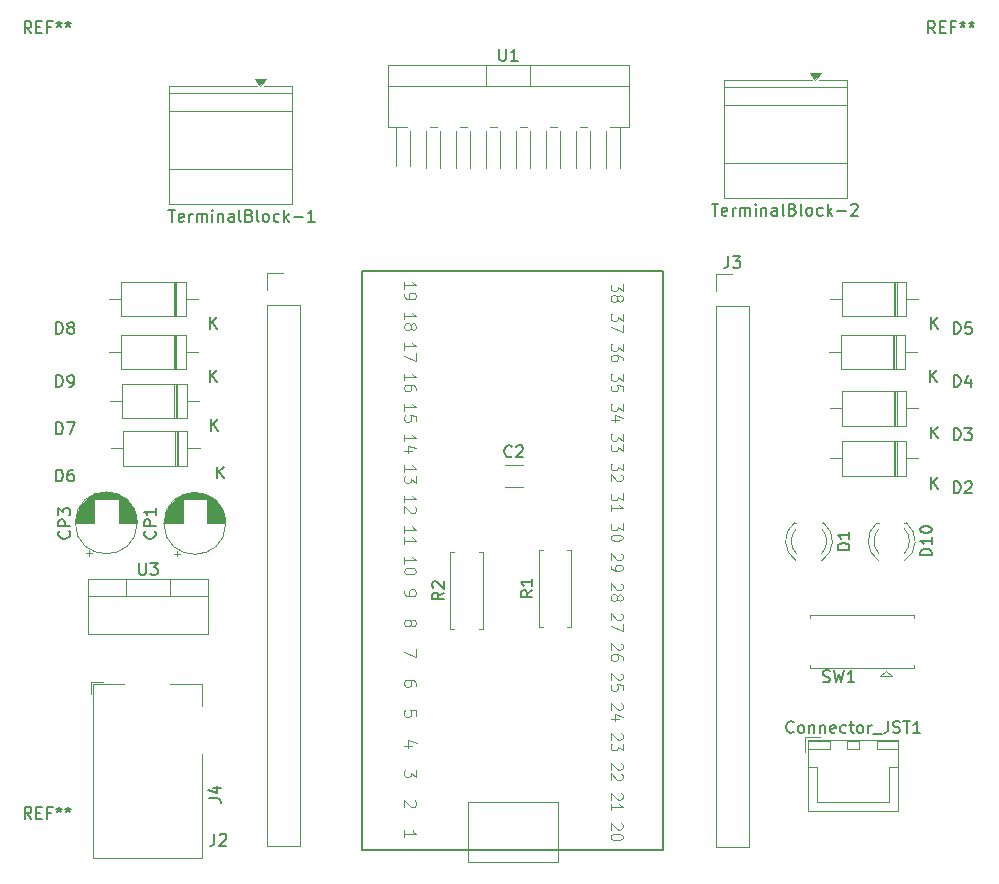
<source format=gbr>
%TF.GenerationSoftware,KiCad,Pcbnew,9.0.5*%
%TF.CreationDate,2025-11-06T15:37:29+07:00*%
%TF.ProjectId,pcb_esp32_jetbot_kicad,7063625f-6573-4703-9332-5f6a6574626f,rev?*%
%TF.SameCoordinates,Original*%
%TF.FileFunction,Legend,Top*%
%TF.FilePolarity,Positive*%
%FSLAX46Y46*%
G04 Gerber Fmt 4.6, Leading zero omitted, Abs format (unit mm)*
G04 Created by KiCad (PCBNEW 9.0.5) date 2025-11-06 15:37:29*
%MOMM*%
%LPD*%
G01*
G04 APERTURE LIST*
%ADD10C,0.150000*%
%ADD11C,0.100000*%
%ADD12C,0.120000*%
%ADD13C,0.200000*%
G04 APERTURE END LIST*
D10*
X165414819Y-79214285D02*
X164414819Y-79214285D01*
X164414819Y-79214285D02*
X164414819Y-78976190D01*
X164414819Y-78976190D02*
X164462438Y-78833333D01*
X164462438Y-78833333D02*
X164557676Y-78738095D01*
X164557676Y-78738095D02*
X164652914Y-78690476D01*
X164652914Y-78690476D02*
X164843390Y-78642857D01*
X164843390Y-78642857D02*
X164986247Y-78642857D01*
X164986247Y-78642857D02*
X165176723Y-78690476D01*
X165176723Y-78690476D02*
X165271961Y-78738095D01*
X165271961Y-78738095D02*
X165367200Y-78833333D01*
X165367200Y-78833333D02*
X165414819Y-78976190D01*
X165414819Y-78976190D02*
X165414819Y-79214285D01*
X165414819Y-77690476D02*
X165414819Y-78261904D01*
X165414819Y-77976190D02*
X164414819Y-77976190D01*
X164414819Y-77976190D02*
X164557676Y-78071428D01*
X164557676Y-78071428D02*
X164652914Y-78166666D01*
X164652914Y-78166666D02*
X164700533Y-78261904D01*
X164414819Y-77071428D02*
X164414819Y-76976190D01*
X164414819Y-76976190D02*
X164462438Y-76880952D01*
X164462438Y-76880952D02*
X164510057Y-76833333D01*
X164510057Y-76833333D02*
X164605295Y-76785714D01*
X164605295Y-76785714D02*
X164795771Y-76738095D01*
X164795771Y-76738095D02*
X165033866Y-76738095D01*
X165033866Y-76738095D02*
X165224342Y-76785714D01*
X165224342Y-76785714D02*
X165319580Y-76833333D01*
X165319580Y-76833333D02*
X165367200Y-76880952D01*
X165367200Y-76880952D02*
X165414819Y-76976190D01*
X165414819Y-76976190D02*
X165414819Y-77071428D01*
X165414819Y-77071428D02*
X165367200Y-77166666D01*
X165367200Y-77166666D02*
X165319580Y-77214285D01*
X165319580Y-77214285D02*
X165224342Y-77261904D01*
X165224342Y-77261904D02*
X165033866Y-77309523D01*
X165033866Y-77309523D02*
X164795771Y-77309523D01*
X164795771Y-77309523D02*
X164605295Y-77261904D01*
X164605295Y-77261904D02*
X164510057Y-77214285D01*
X164510057Y-77214285D02*
X164462438Y-77166666D01*
X164462438Y-77166666D02*
X164414819Y-77071428D01*
X158414819Y-78738094D02*
X157414819Y-78738094D01*
X157414819Y-78738094D02*
X157414819Y-78499999D01*
X157414819Y-78499999D02*
X157462438Y-78357142D01*
X157462438Y-78357142D02*
X157557676Y-78261904D01*
X157557676Y-78261904D02*
X157652914Y-78214285D01*
X157652914Y-78214285D02*
X157843390Y-78166666D01*
X157843390Y-78166666D02*
X157986247Y-78166666D01*
X157986247Y-78166666D02*
X158176723Y-78214285D01*
X158176723Y-78214285D02*
X158271961Y-78261904D01*
X158271961Y-78261904D02*
X158367200Y-78357142D01*
X158367200Y-78357142D02*
X158414819Y-78499999D01*
X158414819Y-78499999D02*
X158414819Y-78738094D01*
X158414819Y-77214285D02*
X158414819Y-77785713D01*
X158414819Y-77499999D02*
X157414819Y-77499999D01*
X157414819Y-77499999D02*
X157557676Y-77595237D01*
X157557676Y-77595237D02*
X157652914Y-77690475D01*
X157652914Y-77690475D02*
X157700533Y-77785713D01*
X167261905Y-60454819D02*
X167261905Y-59454819D01*
X167261905Y-59454819D02*
X167500000Y-59454819D01*
X167500000Y-59454819D02*
X167642857Y-59502438D01*
X167642857Y-59502438D02*
X167738095Y-59597676D01*
X167738095Y-59597676D02*
X167785714Y-59692914D01*
X167785714Y-59692914D02*
X167833333Y-59883390D01*
X167833333Y-59883390D02*
X167833333Y-60026247D01*
X167833333Y-60026247D02*
X167785714Y-60216723D01*
X167785714Y-60216723D02*
X167738095Y-60311961D01*
X167738095Y-60311961D02*
X167642857Y-60407200D01*
X167642857Y-60407200D02*
X167500000Y-60454819D01*
X167500000Y-60454819D02*
X167261905Y-60454819D01*
X168738095Y-59454819D02*
X168261905Y-59454819D01*
X168261905Y-59454819D02*
X168214286Y-59931009D01*
X168214286Y-59931009D02*
X168261905Y-59883390D01*
X168261905Y-59883390D02*
X168357143Y-59835771D01*
X168357143Y-59835771D02*
X168595238Y-59835771D01*
X168595238Y-59835771D02*
X168690476Y-59883390D01*
X168690476Y-59883390D02*
X168738095Y-59931009D01*
X168738095Y-59931009D02*
X168785714Y-60026247D01*
X168785714Y-60026247D02*
X168785714Y-60264342D01*
X168785714Y-60264342D02*
X168738095Y-60359580D01*
X168738095Y-60359580D02*
X168690476Y-60407200D01*
X168690476Y-60407200D02*
X168595238Y-60454819D01*
X168595238Y-60454819D02*
X168357143Y-60454819D01*
X168357143Y-60454819D02*
X168261905Y-60407200D01*
X168261905Y-60407200D02*
X168214286Y-60359580D01*
X165318095Y-60054819D02*
X165318095Y-59054819D01*
X165889523Y-60054819D02*
X165460952Y-59483390D01*
X165889523Y-59054819D02*
X165318095Y-59626247D01*
X99609580Y-77166666D02*
X99657200Y-77214285D01*
X99657200Y-77214285D02*
X99704819Y-77357142D01*
X99704819Y-77357142D02*
X99704819Y-77452380D01*
X99704819Y-77452380D02*
X99657200Y-77595237D01*
X99657200Y-77595237D02*
X99561961Y-77690475D01*
X99561961Y-77690475D02*
X99466723Y-77738094D01*
X99466723Y-77738094D02*
X99276247Y-77785713D01*
X99276247Y-77785713D02*
X99133390Y-77785713D01*
X99133390Y-77785713D02*
X98942914Y-77738094D01*
X98942914Y-77738094D02*
X98847676Y-77690475D01*
X98847676Y-77690475D02*
X98752438Y-77595237D01*
X98752438Y-77595237D02*
X98704819Y-77452380D01*
X98704819Y-77452380D02*
X98704819Y-77357142D01*
X98704819Y-77357142D02*
X98752438Y-77214285D01*
X98752438Y-77214285D02*
X98800057Y-77166666D01*
X99704819Y-76738094D02*
X98704819Y-76738094D01*
X98704819Y-76738094D02*
X98704819Y-76357142D01*
X98704819Y-76357142D02*
X98752438Y-76261904D01*
X98752438Y-76261904D02*
X98800057Y-76214285D01*
X98800057Y-76214285D02*
X98895295Y-76166666D01*
X98895295Y-76166666D02*
X99038152Y-76166666D01*
X99038152Y-76166666D02*
X99133390Y-76214285D01*
X99133390Y-76214285D02*
X99181009Y-76261904D01*
X99181009Y-76261904D02*
X99228628Y-76357142D01*
X99228628Y-76357142D02*
X99228628Y-76738094D01*
X99704819Y-75214285D02*
X99704819Y-75785713D01*
X99704819Y-75499999D02*
X98704819Y-75499999D01*
X98704819Y-75499999D02*
X98847676Y-75595237D01*
X98847676Y-75595237D02*
X98942914Y-75690475D01*
X98942914Y-75690475D02*
X98990533Y-75785713D01*
X146766904Y-49442319D02*
X147338332Y-49442319D01*
X147052618Y-50442319D02*
X147052618Y-49442319D01*
X148052618Y-50394700D02*
X147957380Y-50442319D01*
X147957380Y-50442319D02*
X147766904Y-50442319D01*
X147766904Y-50442319D02*
X147671666Y-50394700D01*
X147671666Y-50394700D02*
X147624047Y-50299461D01*
X147624047Y-50299461D02*
X147624047Y-49918509D01*
X147624047Y-49918509D02*
X147671666Y-49823271D01*
X147671666Y-49823271D02*
X147766904Y-49775652D01*
X147766904Y-49775652D02*
X147957380Y-49775652D01*
X147957380Y-49775652D02*
X148052618Y-49823271D01*
X148052618Y-49823271D02*
X148100237Y-49918509D01*
X148100237Y-49918509D02*
X148100237Y-50013747D01*
X148100237Y-50013747D02*
X147624047Y-50108985D01*
X148528809Y-50442319D02*
X148528809Y-49775652D01*
X148528809Y-49966128D02*
X148576428Y-49870890D01*
X148576428Y-49870890D02*
X148624047Y-49823271D01*
X148624047Y-49823271D02*
X148719285Y-49775652D01*
X148719285Y-49775652D02*
X148814523Y-49775652D01*
X149147857Y-50442319D02*
X149147857Y-49775652D01*
X149147857Y-49870890D02*
X149195476Y-49823271D01*
X149195476Y-49823271D02*
X149290714Y-49775652D01*
X149290714Y-49775652D02*
X149433571Y-49775652D01*
X149433571Y-49775652D02*
X149528809Y-49823271D01*
X149528809Y-49823271D02*
X149576428Y-49918509D01*
X149576428Y-49918509D02*
X149576428Y-50442319D01*
X149576428Y-49918509D02*
X149624047Y-49823271D01*
X149624047Y-49823271D02*
X149719285Y-49775652D01*
X149719285Y-49775652D02*
X149862142Y-49775652D01*
X149862142Y-49775652D02*
X149957381Y-49823271D01*
X149957381Y-49823271D02*
X150005000Y-49918509D01*
X150005000Y-49918509D02*
X150005000Y-50442319D01*
X150481190Y-50442319D02*
X150481190Y-49775652D01*
X150481190Y-49442319D02*
X150433571Y-49489938D01*
X150433571Y-49489938D02*
X150481190Y-49537557D01*
X150481190Y-49537557D02*
X150528809Y-49489938D01*
X150528809Y-49489938D02*
X150481190Y-49442319D01*
X150481190Y-49442319D02*
X150481190Y-49537557D01*
X150957380Y-49775652D02*
X150957380Y-50442319D01*
X150957380Y-49870890D02*
X151004999Y-49823271D01*
X151004999Y-49823271D02*
X151100237Y-49775652D01*
X151100237Y-49775652D02*
X151243094Y-49775652D01*
X151243094Y-49775652D02*
X151338332Y-49823271D01*
X151338332Y-49823271D02*
X151385951Y-49918509D01*
X151385951Y-49918509D02*
X151385951Y-50442319D01*
X152290713Y-50442319D02*
X152290713Y-49918509D01*
X152290713Y-49918509D02*
X152243094Y-49823271D01*
X152243094Y-49823271D02*
X152147856Y-49775652D01*
X152147856Y-49775652D02*
X151957380Y-49775652D01*
X151957380Y-49775652D02*
X151862142Y-49823271D01*
X152290713Y-50394700D02*
X152195475Y-50442319D01*
X152195475Y-50442319D02*
X151957380Y-50442319D01*
X151957380Y-50442319D02*
X151862142Y-50394700D01*
X151862142Y-50394700D02*
X151814523Y-50299461D01*
X151814523Y-50299461D02*
X151814523Y-50204223D01*
X151814523Y-50204223D02*
X151862142Y-50108985D01*
X151862142Y-50108985D02*
X151957380Y-50061366D01*
X151957380Y-50061366D02*
X152195475Y-50061366D01*
X152195475Y-50061366D02*
X152290713Y-50013747D01*
X152909761Y-50442319D02*
X152814523Y-50394700D01*
X152814523Y-50394700D02*
X152766904Y-50299461D01*
X152766904Y-50299461D02*
X152766904Y-49442319D01*
X153624047Y-49918509D02*
X153766904Y-49966128D01*
X153766904Y-49966128D02*
X153814523Y-50013747D01*
X153814523Y-50013747D02*
X153862142Y-50108985D01*
X153862142Y-50108985D02*
X153862142Y-50251842D01*
X153862142Y-50251842D02*
X153814523Y-50347080D01*
X153814523Y-50347080D02*
X153766904Y-50394700D01*
X153766904Y-50394700D02*
X153671666Y-50442319D01*
X153671666Y-50442319D02*
X153290714Y-50442319D01*
X153290714Y-50442319D02*
X153290714Y-49442319D01*
X153290714Y-49442319D02*
X153624047Y-49442319D01*
X153624047Y-49442319D02*
X153719285Y-49489938D01*
X153719285Y-49489938D02*
X153766904Y-49537557D01*
X153766904Y-49537557D02*
X153814523Y-49632795D01*
X153814523Y-49632795D02*
X153814523Y-49728033D01*
X153814523Y-49728033D02*
X153766904Y-49823271D01*
X153766904Y-49823271D02*
X153719285Y-49870890D01*
X153719285Y-49870890D02*
X153624047Y-49918509D01*
X153624047Y-49918509D02*
X153290714Y-49918509D01*
X154433571Y-50442319D02*
X154338333Y-50394700D01*
X154338333Y-50394700D02*
X154290714Y-50299461D01*
X154290714Y-50299461D02*
X154290714Y-49442319D01*
X154957381Y-50442319D02*
X154862143Y-50394700D01*
X154862143Y-50394700D02*
X154814524Y-50347080D01*
X154814524Y-50347080D02*
X154766905Y-50251842D01*
X154766905Y-50251842D02*
X154766905Y-49966128D01*
X154766905Y-49966128D02*
X154814524Y-49870890D01*
X154814524Y-49870890D02*
X154862143Y-49823271D01*
X154862143Y-49823271D02*
X154957381Y-49775652D01*
X154957381Y-49775652D02*
X155100238Y-49775652D01*
X155100238Y-49775652D02*
X155195476Y-49823271D01*
X155195476Y-49823271D02*
X155243095Y-49870890D01*
X155243095Y-49870890D02*
X155290714Y-49966128D01*
X155290714Y-49966128D02*
X155290714Y-50251842D01*
X155290714Y-50251842D02*
X155243095Y-50347080D01*
X155243095Y-50347080D02*
X155195476Y-50394700D01*
X155195476Y-50394700D02*
X155100238Y-50442319D01*
X155100238Y-50442319D02*
X154957381Y-50442319D01*
X156147857Y-50394700D02*
X156052619Y-50442319D01*
X156052619Y-50442319D02*
X155862143Y-50442319D01*
X155862143Y-50442319D02*
X155766905Y-50394700D01*
X155766905Y-50394700D02*
X155719286Y-50347080D01*
X155719286Y-50347080D02*
X155671667Y-50251842D01*
X155671667Y-50251842D02*
X155671667Y-49966128D01*
X155671667Y-49966128D02*
X155719286Y-49870890D01*
X155719286Y-49870890D02*
X155766905Y-49823271D01*
X155766905Y-49823271D02*
X155862143Y-49775652D01*
X155862143Y-49775652D02*
X156052619Y-49775652D01*
X156052619Y-49775652D02*
X156147857Y-49823271D01*
X156576429Y-50442319D02*
X156576429Y-49442319D01*
X156671667Y-50061366D02*
X156957381Y-50442319D01*
X156957381Y-49775652D02*
X156576429Y-50156604D01*
X157385953Y-50061366D02*
X158147858Y-50061366D01*
X158576429Y-49537557D02*
X158624048Y-49489938D01*
X158624048Y-49489938D02*
X158719286Y-49442319D01*
X158719286Y-49442319D02*
X158957381Y-49442319D01*
X158957381Y-49442319D02*
X159052619Y-49489938D01*
X159052619Y-49489938D02*
X159100238Y-49537557D01*
X159100238Y-49537557D02*
X159147857Y-49632795D01*
X159147857Y-49632795D02*
X159147857Y-49728033D01*
X159147857Y-49728033D02*
X159100238Y-49870890D01*
X159100238Y-49870890D02*
X158528810Y-50442319D01*
X158528810Y-50442319D02*
X159147857Y-50442319D01*
X89166666Y-101504819D02*
X88833333Y-101028628D01*
X88595238Y-101504819D02*
X88595238Y-100504819D01*
X88595238Y-100504819D02*
X88976190Y-100504819D01*
X88976190Y-100504819D02*
X89071428Y-100552438D01*
X89071428Y-100552438D02*
X89119047Y-100600057D01*
X89119047Y-100600057D02*
X89166666Y-100695295D01*
X89166666Y-100695295D02*
X89166666Y-100838152D01*
X89166666Y-100838152D02*
X89119047Y-100933390D01*
X89119047Y-100933390D02*
X89071428Y-100981009D01*
X89071428Y-100981009D02*
X88976190Y-101028628D01*
X88976190Y-101028628D02*
X88595238Y-101028628D01*
X89595238Y-100981009D02*
X89928571Y-100981009D01*
X90071428Y-101504819D02*
X89595238Y-101504819D01*
X89595238Y-101504819D02*
X89595238Y-100504819D01*
X89595238Y-100504819D02*
X90071428Y-100504819D01*
X90833333Y-100981009D02*
X90500000Y-100981009D01*
X90500000Y-101504819D02*
X90500000Y-100504819D01*
X90500000Y-100504819D02*
X90976190Y-100504819D01*
X91500000Y-100504819D02*
X91500000Y-100742914D01*
X91261905Y-100647676D02*
X91500000Y-100742914D01*
X91500000Y-100742914D02*
X91738095Y-100647676D01*
X91357143Y-100933390D02*
X91500000Y-100742914D01*
X91500000Y-100742914D02*
X91642857Y-100933390D01*
X92261905Y-100504819D02*
X92261905Y-100742914D01*
X92023810Y-100647676D02*
X92261905Y-100742914D01*
X92261905Y-100742914D02*
X92500000Y-100647676D01*
X92119048Y-100933390D02*
X92261905Y-100742914D01*
X92261905Y-100742914D02*
X92404762Y-100933390D01*
X91261905Y-64954819D02*
X91261905Y-63954819D01*
X91261905Y-63954819D02*
X91500000Y-63954819D01*
X91500000Y-63954819D02*
X91642857Y-64002438D01*
X91642857Y-64002438D02*
X91738095Y-64097676D01*
X91738095Y-64097676D02*
X91785714Y-64192914D01*
X91785714Y-64192914D02*
X91833333Y-64383390D01*
X91833333Y-64383390D02*
X91833333Y-64526247D01*
X91833333Y-64526247D02*
X91785714Y-64716723D01*
X91785714Y-64716723D02*
X91738095Y-64811961D01*
X91738095Y-64811961D02*
X91642857Y-64907200D01*
X91642857Y-64907200D02*
X91500000Y-64954819D01*
X91500000Y-64954819D02*
X91261905Y-64954819D01*
X92309524Y-64954819D02*
X92500000Y-64954819D01*
X92500000Y-64954819D02*
X92595238Y-64907200D01*
X92595238Y-64907200D02*
X92642857Y-64859580D01*
X92642857Y-64859580D02*
X92738095Y-64716723D01*
X92738095Y-64716723D02*
X92785714Y-64526247D01*
X92785714Y-64526247D02*
X92785714Y-64145295D01*
X92785714Y-64145295D02*
X92738095Y-64050057D01*
X92738095Y-64050057D02*
X92690476Y-64002438D01*
X92690476Y-64002438D02*
X92595238Y-63954819D01*
X92595238Y-63954819D02*
X92404762Y-63954819D01*
X92404762Y-63954819D02*
X92309524Y-64002438D01*
X92309524Y-64002438D02*
X92261905Y-64050057D01*
X92261905Y-64050057D02*
X92214286Y-64145295D01*
X92214286Y-64145295D02*
X92214286Y-64383390D01*
X92214286Y-64383390D02*
X92261905Y-64478628D01*
X92261905Y-64478628D02*
X92309524Y-64526247D01*
X92309524Y-64526247D02*
X92404762Y-64573866D01*
X92404762Y-64573866D02*
X92595238Y-64573866D01*
X92595238Y-64573866D02*
X92690476Y-64526247D01*
X92690476Y-64526247D02*
X92738095Y-64478628D01*
X92738095Y-64478628D02*
X92785714Y-64383390D01*
X104318095Y-64554819D02*
X104318095Y-63554819D01*
X104889523Y-64554819D02*
X104460952Y-63983390D01*
X104889523Y-63554819D02*
X104318095Y-64126247D01*
X148166666Y-53874819D02*
X148166666Y-54589104D01*
X148166666Y-54589104D02*
X148119047Y-54731961D01*
X148119047Y-54731961D02*
X148023809Y-54827200D01*
X148023809Y-54827200D02*
X147880952Y-54874819D01*
X147880952Y-54874819D02*
X147785714Y-54874819D01*
X148547619Y-53874819D02*
X149166666Y-53874819D01*
X149166666Y-53874819D02*
X148833333Y-54255771D01*
X148833333Y-54255771D02*
X148976190Y-54255771D01*
X148976190Y-54255771D02*
X149071428Y-54303390D01*
X149071428Y-54303390D02*
X149119047Y-54351009D01*
X149119047Y-54351009D02*
X149166666Y-54446247D01*
X149166666Y-54446247D02*
X149166666Y-54684342D01*
X149166666Y-54684342D02*
X149119047Y-54779580D01*
X149119047Y-54779580D02*
X149071428Y-54827200D01*
X149071428Y-54827200D02*
X148976190Y-54874819D01*
X148976190Y-54874819D02*
X148690476Y-54874819D01*
X148690476Y-54874819D02*
X148595238Y-54827200D01*
X148595238Y-54827200D02*
X148547619Y-54779580D01*
X89166666Y-35004819D02*
X88833333Y-34528628D01*
X88595238Y-35004819D02*
X88595238Y-34004819D01*
X88595238Y-34004819D02*
X88976190Y-34004819D01*
X88976190Y-34004819D02*
X89071428Y-34052438D01*
X89071428Y-34052438D02*
X89119047Y-34100057D01*
X89119047Y-34100057D02*
X89166666Y-34195295D01*
X89166666Y-34195295D02*
X89166666Y-34338152D01*
X89166666Y-34338152D02*
X89119047Y-34433390D01*
X89119047Y-34433390D02*
X89071428Y-34481009D01*
X89071428Y-34481009D02*
X88976190Y-34528628D01*
X88976190Y-34528628D02*
X88595238Y-34528628D01*
X89595238Y-34481009D02*
X89928571Y-34481009D01*
X90071428Y-35004819D02*
X89595238Y-35004819D01*
X89595238Y-35004819D02*
X89595238Y-34004819D01*
X89595238Y-34004819D02*
X90071428Y-34004819D01*
X90833333Y-34481009D02*
X90500000Y-34481009D01*
X90500000Y-35004819D02*
X90500000Y-34004819D01*
X90500000Y-34004819D02*
X90976190Y-34004819D01*
X91500000Y-34004819D02*
X91500000Y-34242914D01*
X91261905Y-34147676D02*
X91500000Y-34242914D01*
X91500000Y-34242914D02*
X91738095Y-34147676D01*
X91357143Y-34433390D02*
X91500000Y-34242914D01*
X91500000Y-34242914D02*
X91642857Y-34433390D01*
X92261905Y-34004819D02*
X92261905Y-34242914D01*
X92023810Y-34147676D02*
X92261905Y-34242914D01*
X92261905Y-34242914D02*
X92500000Y-34147676D01*
X92119048Y-34433390D02*
X92261905Y-34242914D01*
X92261905Y-34242914D02*
X92404762Y-34433390D01*
X131584819Y-82166666D02*
X131108628Y-82499999D01*
X131584819Y-82738094D02*
X130584819Y-82738094D01*
X130584819Y-82738094D02*
X130584819Y-82357142D01*
X130584819Y-82357142D02*
X130632438Y-82261904D01*
X130632438Y-82261904D02*
X130680057Y-82214285D01*
X130680057Y-82214285D02*
X130775295Y-82166666D01*
X130775295Y-82166666D02*
X130918152Y-82166666D01*
X130918152Y-82166666D02*
X131013390Y-82214285D01*
X131013390Y-82214285D02*
X131061009Y-82261904D01*
X131061009Y-82261904D02*
X131108628Y-82357142D01*
X131108628Y-82357142D02*
X131108628Y-82738094D01*
X131584819Y-81214285D02*
X131584819Y-81785713D01*
X131584819Y-81499999D02*
X130584819Y-81499999D01*
X130584819Y-81499999D02*
X130727676Y-81595237D01*
X130727676Y-81595237D02*
X130822914Y-81690475D01*
X130822914Y-81690475D02*
X130870533Y-81785713D01*
X153702379Y-94149580D02*
X153654760Y-94197200D01*
X153654760Y-94197200D02*
X153511903Y-94244819D01*
X153511903Y-94244819D02*
X153416665Y-94244819D01*
X153416665Y-94244819D02*
X153273808Y-94197200D01*
X153273808Y-94197200D02*
X153178570Y-94101961D01*
X153178570Y-94101961D02*
X153130951Y-94006723D01*
X153130951Y-94006723D02*
X153083332Y-93816247D01*
X153083332Y-93816247D02*
X153083332Y-93673390D01*
X153083332Y-93673390D02*
X153130951Y-93482914D01*
X153130951Y-93482914D02*
X153178570Y-93387676D01*
X153178570Y-93387676D02*
X153273808Y-93292438D01*
X153273808Y-93292438D02*
X153416665Y-93244819D01*
X153416665Y-93244819D02*
X153511903Y-93244819D01*
X153511903Y-93244819D02*
X153654760Y-93292438D01*
X153654760Y-93292438D02*
X153702379Y-93340057D01*
X154273808Y-94244819D02*
X154178570Y-94197200D01*
X154178570Y-94197200D02*
X154130951Y-94149580D01*
X154130951Y-94149580D02*
X154083332Y-94054342D01*
X154083332Y-94054342D02*
X154083332Y-93768628D01*
X154083332Y-93768628D02*
X154130951Y-93673390D01*
X154130951Y-93673390D02*
X154178570Y-93625771D01*
X154178570Y-93625771D02*
X154273808Y-93578152D01*
X154273808Y-93578152D02*
X154416665Y-93578152D01*
X154416665Y-93578152D02*
X154511903Y-93625771D01*
X154511903Y-93625771D02*
X154559522Y-93673390D01*
X154559522Y-93673390D02*
X154607141Y-93768628D01*
X154607141Y-93768628D02*
X154607141Y-94054342D01*
X154607141Y-94054342D02*
X154559522Y-94149580D01*
X154559522Y-94149580D02*
X154511903Y-94197200D01*
X154511903Y-94197200D02*
X154416665Y-94244819D01*
X154416665Y-94244819D02*
X154273808Y-94244819D01*
X155035713Y-93578152D02*
X155035713Y-94244819D01*
X155035713Y-93673390D02*
X155083332Y-93625771D01*
X155083332Y-93625771D02*
X155178570Y-93578152D01*
X155178570Y-93578152D02*
X155321427Y-93578152D01*
X155321427Y-93578152D02*
X155416665Y-93625771D01*
X155416665Y-93625771D02*
X155464284Y-93721009D01*
X155464284Y-93721009D02*
X155464284Y-94244819D01*
X155940475Y-93578152D02*
X155940475Y-94244819D01*
X155940475Y-93673390D02*
X155988094Y-93625771D01*
X155988094Y-93625771D02*
X156083332Y-93578152D01*
X156083332Y-93578152D02*
X156226189Y-93578152D01*
X156226189Y-93578152D02*
X156321427Y-93625771D01*
X156321427Y-93625771D02*
X156369046Y-93721009D01*
X156369046Y-93721009D02*
X156369046Y-94244819D01*
X157226189Y-94197200D02*
X157130951Y-94244819D01*
X157130951Y-94244819D02*
X156940475Y-94244819D01*
X156940475Y-94244819D02*
X156845237Y-94197200D01*
X156845237Y-94197200D02*
X156797618Y-94101961D01*
X156797618Y-94101961D02*
X156797618Y-93721009D01*
X156797618Y-93721009D02*
X156845237Y-93625771D01*
X156845237Y-93625771D02*
X156940475Y-93578152D01*
X156940475Y-93578152D02*
X157130951Y-93578152D01*
X157130951Y-93578152D02*
X157226189Y-93625771D01*
X157226189Y-93625771D02*
X157273808Y-93721009D01*
X157273808Y-93721009D02*
X157273808Y-93816247D01*
X157273808Y-93816247D02*
X156797618Y-93911485D01*
X158130951Y-94197200D02*
X158035713Y-94244819D01*
X158035713Y-94244819D02*
X157845237Y-94244819D01*
X157845237Y-94244819D02*
X157749999Y-94197200D01*
X157749999Y-94197200D02*
X157702380Y-94149580D01*
X157702380Y-94149580D02*
X157654761Y-94054342D01*
X157654761Y-94054342D02*
X157654761Y-93768628D01*
X157654761Y-93768628D02*
X157702380Y-93673390D01*
X157702380Y-93673390D02*
X157749999Y-93625771D01*
X157749999Y-93625771D02*
X157845237Y-93578152D01*
X157845237Y-93578152D02*
X158035713Y-93578152D01*
X158035713Y-93578152D02*
X158130951Y-93625771D01*
X158416666Y-93578152D02*
X158797618Y-93578152D01*
X158559523Y-93244819D02*
X158559523Y-94101961D01*
X158559523Y-94101961D02*
X158607142Y-94197200D01*
X158607142Y-94197200D02*
X158702380Y-94244819D01*
X158702380Y-94244819D02*
X158797618Y-94244819D01*
X159273809Y-94244819D02*
X159178571Y-94197200D01*
X159178571Y-94197200D02*
X159130952Y-94149580D01*
X159130952Y-94149580D02*
X159083333Y-94054342D01*
X159083333Y-94054342D02*
X159083333Y-93768628D01*
X159083333Y-93768628D02*
X159130952Y-93673390D01*
X159130952Y-93673390D02*
X159178571Y-93625771D01*
X159178571Y-93625771D02*
X159273809Y-93578152D01*
X159273809Y-93578152D02*
X159416666Y-93578152D01*
X159416666Y-93578152D02*
X159511904Y-93625771D01*
X159511904Y-93625771D02*
X159559523Y-93673390D01*
X159559523Y-93673390D02*
X159607142Y-93768628D01*
X159607142Y-93768628D02*
X159607142Y-94054342D01*
X159607142Y-94054342D02*
X159559523Y-94149580D01*
X159559523Y-94149580D02*
X159511904Y-94197200D01*
X159511904Y-94197200D02*
X159416666Y-94244819D01*
X159416666Y-94244819D02*
X159273809Y-94244819D01*
X160035714Y-94244819D02*
X160035714Y-93578152D01*
X160035714Y-93768628D02*
X160083333Y-93673390D01*
X160083333Y-93673390D02*
X160130952Y-93625771D01*
X160130952Y-93625771D02*
X160226190Y-93578152D01*
X160226190Y-93578152D02*
X160321428Y-93578152D01*
X160416667Y-94340057D02*
X161178571Y-94340057D01*
X161702381Y-93244819D02*
X161702381Y-93959104D01*
X161702381Y-93959104D02*
X161654762Y-94101961D01*
X161654762Y-94101961D02*
X161559524Y-94197200D01*
X161559524Y-94197200D02*
X161416667Y-94244819D01*
X161416667Y-94244819D02*
X161321429Y-94244819D01*
X162130953Y-94197200D02*
X162273810Y-94244819D01*
X162273810Y-94244819D02*
X162511905Y-94244819D01*
X162511905Y-94244819D02*
X162607143Y-94197200D01*
X162607143Y-94197200D02*
X162654762Y-94149580D01*
X162654762Y-94149580D02*
X162702381Y-94054342D01*
X162702381Y-94054342D02*
X162702381Y-93959104D01*
X162702381Y-93959104D02*
X162654762Y-93863866D01*
X162654762Y-93863866D02*
X162607143Y-93816247D01*
X162607143Y-93816247D02*
X162511905Y-93768628D01*
X162511905Y-93768628D02*
X162321429Y-93721009D01*
X162321429Y-93721009D02*
X162226191Y-93673390D01*
X162226191Y-93673390D02*
X162178572Y-93625771D01*
X162178572Y-93625771D02*
X162130953Y-93530533D01*
X162130953Y-93530533D02*
X162130953Y-93435295D01*
X162130953Y-93435295D02*
X162178572Y-93340057D01*
X162178572Y-93340057D02*
X162226191Y-93292438D01*
X162226191Y-93292438D02*
X162321429Y-93244819D01*
X162321429Y-93244819D02*
X162559524Y-93244819D01*
X162559524Y-93244819D02*
X162702381Y-93292438D01*
X162988096Y-93244819D02*
X163559524Y-93244819D01*
X163273810Y-94244819D02*
X163273810Y-93244819D01*
X164416667Y-94244819D02*
X163845239Y-94244819D01*
X164130953Y-94244819D02*
X164130953Y-93244819D01*
X164130953Y-93244819D02*
X164035715Y-93387676D01*
X164035715Y-93387676D02*
X163940477Y-93482914D01*
X163940477Y-93482914D02*
X163845239Y-93530533D01*
X129833333Y-70809580D02*
X129785714Y-70857200D01*
X129785714Y-70857200D02*
X129642857Y-70904819D01*
X129642857Y-70904819D02*
X129547619Y-70904819D01*
X129547619Y-70904819D02*
X129404762Y-70857200D01*
X129404762Y-70857200D02*
X129309524Y-70761961D01*
X129309524Y-70761961D02*
X129261905Y-70666723D01*
X129261905Y-70666723D02*
X129214286Y-70476247D01*
X129214286Y-70476247D02*
X129214286Y-70333390D01*
X129214286Y-70333390D02*
X129261905Y-70142914D01*
X129261905Y-70142914D02*
X129309524Y-70047676D01*
X129309524Y-70047676D02*
X129404762Y-69952438D01*
X129404762Y-69952438D02*
X129547619Y-69904819D01*
X129547619Y-69904819D02*
X129642857Y-69904819D01*
X129642857Y-69904819D02*
X129785714Y-69952438D01*
X129785714Y-69952438D02*
X129833333Y-70000057D01*
X130214286Y-70000057D02*
X130261905Y-69952438D01*
X130261905Y-69952438D02*
X130357143Y-69904819D01*
X130357143Y-69904819D02*
X130595238Y-69904819D01*
X130595238Y-69904819D02*
X130690476Y-69952438D01*
X130690476Y-69952438D02*
X130738095Y-70000057D01*
X130738095Y-70000057D02*
X130785714Y-70095295D01*
X130785714Y-70095295D02*
X130785714Y-70190533D01*
X130785714Y-70190533D02*
X130738095Y-70333390D01*
X130738095Y-70333390D02*
X130166667Y-70904819D01*
X130166667Y-70904819D02*
X130785714Y-70904819D01*
X92359580Y-77166666D02*
X92407200Y-77214285D01*
X92407200Y-77214285D02*
X92454819Y-77357142D01*
X92454819Y-77357142D02*
X92454819Y-77452380D01*
X92454819Y-77452380D02*
X92407200Y-77595237D01*
X92407200Y-77595237D02*
X92311961Y-77690475D01*
X92311961Y-77690475D02*
X92216723Y-77738094D01*
X92216723Y-77738094D02*
X92026247Y-77785713D01*
X92026247Y-77785713D02*
X91883390Y-77785713D01*
X91883390Y-77785713D02*
X91692914Y-77738094D01*
X91692914Y-77738094D02*
X91597676Y-77690475D01*
X91597676Y-77690475D02*
X91502438Y-77595237D01*
X91502438Y-77595237D02*
X91454819Y-77452380D01*
X91454819Y-77452380D02*
X91454819Y-77357142D01*
X91454819Y-77357142D02*
X91502438Y-77214285D01*
X91502438Y-77214285D02*
X91550057Y-77166666D01*
X92454819Y-76738094D02*
X91454819Y-76738094D01*
X91454819Y-76738094D02*
X91454819Y-76357142D01*
X91454819Y-76357142D02*
X91502438Y-76261904D01*
X91502438Y-76261904D02*
X91550057Y-76214285D01*
X91550057Y-76214285D02*
X91645295Y-76166666D01*
X91645295Y-76166666D02*
X91788152Y-76166666D01*
X91788152Y-76166666D02*
X91883390Y-76214285D01*
X91883390Y-76214285D02*
X91931009Y-76261904D01*
X91931009Y-76261904D02*
X91978628Y-76357142D01*
X91978628Y-76357142D02*
X91978628Y-76738094D01*
X91454819Y-75833332D02*
X91454819Y-75214285D01*
X91454819Y-75214285D02*
X91835771Y-75547618D01*
X91835771Y-75547618D02*
X91835771Y-75404761D01*
X91835771Y-75404761D02*
X91883390Y-75309523D01*
X91883390Y-75309523D02*
X91931009Y-75261904D01*
X91931009Y-75261904D02*
X92026247Y-75214285D01*
X92026247Y-75214285D02*
X92264342Y-75214285D01*
X92264342Y-75214285D02*
X92359580Y-75261904D01*
X92359580Y-75261904D02*
X92407200Y-75309523D01*
X92407200Y-75309523D02*
X92454819Y-75404761D01*
X92454819Y-75404761D02*
X92454819Y-75690475D01*
X92454819Y-75690475D02*
X92407200Y-75785713D01*
X92407200Y-75785713D02*
X92359580Y-75833332D01*
X165666666Y-35004819D02*
X165333333Y-34528628D01*
X165095238Y-35004819D02*
X165095238Y-34004819D01*
X165095238Y-34004819D02*
X165476190Y-34004819D01*
X165476190Y-34004819D02*
X165571428Y-34052438D01*
X165571428Y-34052438D02*
X165619047Y-34100057D01*
X165619047Y-34100057D02*
X165666666Y-34195295D01*
X165666666Y-34195295D02*
X165666666Y-34338152D01*
X165666666Y-34338152D02*
X165619047Y-34433390D01*
X165619047Y-34433390D02*
X165571428Y-34481009D01*
X165571428Y-34481009D02*
X165476190Y-34528628D01*
X165476190Y-34528628D02*
X165095238Y-34528628D01*
X166095238Y-34481009D02*
X166428571Y-34481009D01*
X166571428Y-35004819D02*
X166095238Y-35004819D01*
X166095238Y-35004819D02*
X166095238Y-34004819D01*
X166095238Y-34004819D02*
X166571428Y-34004819D01*
X167333333Y-34481009D02*
X167000000Y-34481009D01*
X167000000Y-35004819D02*
X167000000Y-34004819D01*
X167000000Y-34004819D02*
X167476190Y-34004819D01*
X168000000Y-34004819D02*
X168000000Y-34242914D01*
X167761905Y-34147676D02*
X168000000Y-34242914D01*
X168000000Y-34242914D02*
X168238095Y-34147676D01*
X167857143Y-34433390D02*
X168000000Y-34242914D01*
X168000000Y-34242914D02*
X168142857Y-34433390D01*
X168761905Y-34004819D02*
X168761905Y-34242914D01*
X168523810Y-34147676D02*
X168761905Y-34242914D01*
X168761905Y-34242914D02*
X169000000Y-34147676D01*
X168619048Y-34433390D02*
X168761905Y-34242914D01*
X168761905Y-34242914D02*
X168904762Y-34433390D01*
X98278095Y-79854819D02*
X98278095Y-80664342D01*
X98278095Y-80664342D02*
X98325714Y-80759580D01*
X98325714Y-80759580D02*
X98373333Y-80807200D01*
X98373333Y-80807200D02*
X98468571Y-80854819D01*
X98468571Y-80854819D02*
X98659047Y-80854819D01*
X98659047Y-80854819D02*
X98754285Y-80807200D01*
X98754285Y-80807200D02*
X98801904Y-80759580D01*
X98801904Y-80759580D02*
X98849523Y-80664342D01*
X98849523Y-80664342D02*
X98849523Y-79854819D01*
X99230476Y-79854819D02*
X99849523Y-79854819D01*
X99849523Y-79854819D02*
X99516190Y-80235771D01*
X99516190Y-80235771D02*
X99659047Y-80235771D01*
X99659047Y-80235771D02*
X99754285Y-80283390D01*
X99754285Y-80283390D02*
X99801904Y-80331009D01*
X99801904Y-80331009D02*
X99849523Y-80426247D01*
X99849523Y-80426247D02*
X99849523Y-80664342D01*
X99849523Y-80664342D02*
X99801904Y-80759580D01*
X99801904Y-80759580D02*
X99754285Y-80807200D01*
X99754285Y-80807200D02*
X99659047Y-80854819D01*
X99659047Y-80854819D02*
X99373333Y-80854819D01*
X99373333Y-80854819D02*
X99278095Y-80807200D01*
X99278095Y-80807200D02*
X99230476Y-80759580D01*
X104666666Y-102794819D02*
X104666666Y-103509104D01*
X104666666Y-103509104D02*
X104619047Y-103651961D01*
X104619047Y-103651961D02*
X104523809Y-103747200D01*
X104523809Y-103747200D02*
X104380952Y-103794819D01*
X104380952Y-103794819D02*
X104285714Y-103794819D01*
X105095238Y-102890057D02*
X105142857Y-102842438D01*
X105142857Y-102842438D02*
X105238095Y-102794819D01*
X105238095Y-102794819D02*
X105476190Y-102794819D01*
X105476190Y-102794819D02*
X105571428Y-102842438D01*
X105571428Y-102842438D02*
X105619047Y-102890057D01*
X105619047Y-102890057D02*
X105666666Y-102985295D01*
X105666666Y-102985295D02*
X105666666Y-103080533D01*
X105666666Y-103080533D02*
X105619047Y-103223390D01*
X105619047Y-103223390D02*
X105047619Y-103794819D01*
X105047619Y-103794819D02*
X105666666Y-103794819D01*
X128778095Y-36344819D02*
X128778095Y-37154342D01*
X128778095Y-37154342D02*
X128825714Y-37249580D01*
X128825714Y-37249580D02*
X128873333Y-37297200D01*
X128873333Y-37297200D02*
X128968571Y-37344819D01*
X128968571Y-37344819D02*
X129159047Y-37344819D01*
X129159047Y-37344819D02*
X129254285Y-37297200D01*
X129254285Y-37297200D02*
X129301904Y-37249580D01*
X129301904Y-37249580D02*
X129349523Y-37154342D01*
X129349523Y-37154342D02*
X129349523Y-36344819D01*
X130349523Y-37344819D02*
X129778095Y-37344819D01*
X130063809Y-37344819D02*
X130063809Y-36344819D01*
X130063809Y-36344819D02*
X129968571Y-36487676D01*
X129968571Y-36487676D02*
X129873333Y-36582914D01*
X129873333Y-36582914D02*
X129778095Y-36630533D01*
X91261905Y-68954819D02*
X91261905Y-67954819D01*
X91261905Y-67954819D02*
X91500000Y-67954819D01*
X91500000Y-67954819D02*
X91642857Y-68002438D01*
X91642857Y-68002438D02*
X91738095Y-68097676D01*
X91738095Y-68097676D02*
X91785714Y-68192914D01*
X91785714Y-68192914D02*
X91833333Y-68383390D01*
X91833333Y-68383390D02*
X91833333Y-68526247D01*
X91833333Y-68526247D02*
X91785714Y-68716723D01*
X91785714Y-68716723D02*
X91738095Y-68811961D01*
X91738095Y-68811961D02*
X91642857Y-68907200D01*
X91642857Y-68907200D02*
X91500000Y-68954819D01*
X91500000Y-68954819D02*
X91261905Y-68954819D01*
X92166667Y-67954819D02*
X92833333Y-67954819D01*
X92833333Y-67954819D02*
X92404762Y-68954819D01*
X104398095Y-68694819D02*
X104398095Y-67694819D01*
X104969523Y-68694819D02*
X104540952Y-68123390D01*
X104969523Y-67694819D02*
X104398095Y-68266247D01*
X100761904Y-49954819D02*
X101333332Y-49954819D01*
X101047618Y-50954819D02*
X101047618Y-49954819D01*
X102047618Y-50907200D02*
X101952380Y-50954819D01*
X101952380Y-50954819D02*
X101761904Y-50954819D01*
X101761904Y-50954819D02*
X101666666Y-50907200D01*
X101666666Y-50907200D02*
X101619047Y-50811961D01*
X101619047Y-50811961D02*
X101619047Y-50431009D01*
X101619047Y-50431009D02*
X101666666Y-50335771D01*
X101666666Y-50335771D02*
X101761904Y-50288152D01*
X101761904Y-50288152D02*
X101952380Y-50288152D01*
X101952380Y-50288152D02*
X102047618Y-50335771D01*
X102047618Y-50335771D02*
X102095237Y-50431009D01*
X102095237Y-50431009D02*
X102095237Y-50526247D01*
X102095237Y-50526247D02*
X101619047Y-50621485D01*
X102523809Y-50954819D02*
X102523809Y-50288152D01*
X102523809Y-50478628D02*
X102571428Y-50383390D01*
X102571428Y-50383390D02*
X102619047Y-50335771D01*
X102619047Y-50335771D02*
X102714285Y-50288152D01*
X102714285Y-50288152D02*
X102809523Y-50288152D01*
X103142857Y-50954819D02*
X103142857Y-50288152D01*
X103142857Y-50383390D02*
X103190476Y-50335771D01*
X103190476Y-50335771D02*
X103285714Y-50288152D01*
X103285714Y-50288152D02*
X103428571Y-50288152D01*
X103428571Y-50288152D02*
X103523809Y-50335771D01*
X103523809Y-50335771D02*
X103571428Y-50431009D01*
X103571428Y-50431009D02*
X103571428Y-50954819D01*
X103571428Y-50431009D02*
X103619047Y-50335771D01*
X103619047Y-50335771D02*
X103714285Y-50288152D01*
X103714285Y-50288152D02*
X103857142Y-50288152D01*
X103857142Y-50288152D02*
X103952381Y-50335771D01*
X103952381Y-50335771D02*
X104000000Y-50431009D01*
X104000000Y-50431009D02*
X104000000Y-50954819D01*
X104476190Y-50954819D02*
X104476190Y-50288152D01*
X104476190Y-49954819D02*
X104428571Y-50002438D01*
X104428571Y-50002438D02*
X104476190Y-50050057D01*
X104476190Y-50050057D02*
X104523809Y-50002438D01*
X104523809Y-50002438D02*
X104476190Y-49954819D01*
X104476190Y-49954819D02*
X104476190Y-50050057D01*
X104952380Y-50288152D02*
X104952380Y-50954819D01*
X104952380Y-50383390D02*
X104999999Y-50335771D01*
X104999999Y-50335771D02*
X105095237Y-50288152D01*
X105095237Y-50288152D02*
X105238094Y-50288152D01*
X105238094Y-50288152D02*
X105333332Y-50335771D01*
X105333332Y-50335771D02*
X105380951Y-50431009D01*
X105380951Y-50431009D02*
X105380951Y-50954819D01*
X106285713Y-50954819D02*
X106285713Y-50431009D01*
X106285713Y-50431009D02*
X106238094Y-50335771D01*
X106238094Y-50335771D02*
X106142856Y-50288152D01*
X106142856Y-50288152D02*
X105952380Y-50288152D01*
X105952380Y-50288152D02*
X105857142Y-50335771D01*
X106285713Y-50907200D02*
X106190475Y-50954819D01*
X106190475Y-50954819D02*
X105952380Y-50954819D01*
X105952380Y-50954819D02*
X105857142Y-50907200D01*
X105857142Y-50907200D02*
X105809523Y-50811961D01*
X105809523Y-50811961D02*
X105809523Y-50716723D01*
X105809523Y-50716723D02*
X105857142Y-50621485D01*
X105857142Y-50621485D02*
X105952380Y-50573866D01*
X105952380Y-50573866D02*
X106190475Y-50573866D01*
X106190475Y-50573866D02*
X106285713Y-50526247D01*
X106904761Y-50954819D02*
X106809523Y-50907200D01*
X106809523Y-50907200D02*
X106761904Y-50811961D01*
X106761904Y-50811961D02*
X106761904Y-49954819D01*
X107619047Y-50431009D02*
X107761904Y-50478628D01*
X107761904Y-50478628D02*
X107809523Y-50526247D01*
X107809523Y-50526247D02*
X107857142Y-50621485D01*
X107857142Y-50621485D02*
X107857142Y-50764342D01*
X107857142Y-50764342D02*
X107809523Y-50859580D01*
X107809523Y-50859580D02*
X107761904Y-50907200D01*
X107761904Y-50907200D02*
X107666666Y-50954819D01*
X107666666Y-50954819D02*
X107285714Y-50954819D01*
X107285714Y-50954819D02*
X107285714Y-49954819D01*
X107285714Y-49954819D02*
X107619047Y-49954819D01*
X107619047Y-49954819D02*
X107714285Y-50002438D01*
X107714285Y-50002438D02*
X107761904Y-50050057D01*
X107761904Y-50050057D02*
X107809523Y-50145295D01*
X107809523Y-50145295D02*
X107809523Y-50240533D01*
X107809523Y-50240533D02*
X107761904Y-50335771D01*
X107761904Y-50335771D02*
X107714285Y-50383390D01*
X107714285Y-50383390D02*
X107619047Y-50431009D01*
X107619047Y-50431009D02*
X107285714Y-50431009D01*
X108428571Y-50954819D02*
X108333333Y-50907200D01*
X108333333Y-50907200D02*
X108285714Y-50811961D01*
X108285714Y-50811961D02*
X108285714Y-49954819D01*
X108952381Y-50954819D02*
X108857143Y-50907200D01*
X108857143Y-50907200D02*
X108809524Y-50859580D01*
X108809524Y-50859580D02*
X108761905Y-50764342D01*
X108761905Y-50764342D02*
X108761905Y-50478628D01*
X108761905Y-50478628D02*
X108809524Y-50383390D01*
X108809524Y-50383390D02*
X108857143Y-50335771D01*
X108857143Y-50335771D02*
X108952381Y-50288152D01*
X108952381Y-50288152D02*
X109095238Y-50288152D01*
X109095238Y-50288152D02*
X109190476Y-50335771D01*
X109190476Y-50335771D02*
X109238095Y-50383390D01*
X109238095Y-50383390D02*
X109285714Y-50478628D01*
X109285714Y-50478628D02*
X109285714Y-50764342D01*
X109285714Y-50764342D02*
X109238095Y-50859580D01*
X109238095Y-50859580D02*
X109190476Y-50907200D01*
X109190476Y-50907200D02*
X109095238Y-50954819D01*
X109095238Y-50954819D02*
X108952381Y-50954819D01*
X110142857Y-50907200D02*
X110047619Y-50954819D01*
X110047619Y-50954819D02*
X109857143Y-50954819D01*
X109857143Y-50954819D02*
X109761905Y-50907200D01*
X109761905Y-50907200D02*
X109714286Y-50859580D01*
X109714286Y-50859580D02*
X109666667Y-50764342D01*
X109666667Y-50764342D02*
X109666667Y-50478628D01*
X109666667Y-50478628D02*
X109714286Y-50383390D01*
X109714286Y-50383390D02*
X109761905Y-50335771D01*
X109761905Y-50335771D02*
X109857143Y-50288152D01*
X109857143Y-50288152D02*
X110047619Y-50288152D01*
X110047619Y-50288152D02*
X110142857Y-50335771D01*
X110571429Y-50954819D02*
X110571429Y-49954819D01*
X110666667Y-50573866D02*
X110952381Y-50954819D01*
X110952381Y-50288152D02*
X110571429Y-50669104D01*
X111380953Y-50573866D02*
X112142858Y-50573866D01*
X113142857Y-50954819D02*
X112571429Y-50954819D01*
X112857143Y-50954819D02*
X112857143Y-49954819D01*
X112857143Y-49954819D02*
X112761905Y-50097676D01*
X112761905Y-50097676D02*
X112666667Y-50192914D01*
X112666667Y-50192914D02*
X112571429Y-50240533D01*
X104204819Y-99783333D02*
X104919104Y-99783333D01*
X104919104Y-99783333D02*
X105061961Y-99830952D01*
X105061961Y-99830952D02*
X105157200Y-99926190D01*
X105157200Y-99926190D02*
X105204819Y-100069047D01*
X105204819Y-100069047D02*
X105204819Y-100164285D01*
X104538152Y-98878571D02*
X105204819Y-98878571D01*
X104157200Y-99116666D02*
X104871485Y-99354761D01*
X104871485Y-99354761D02*
X104871485Y-98735714D01*
X167261905Y-64954819D02*
X167261905Y-63954819D01*
X167261905Y-63954819D02*
X167500000Y-63954819D01*
X167500000Y-63954819D02*
X167642857Y-64002438D01*
X167642857Y-64002438D02*
X167738095Y-64097676D01*
X167738095Y-64097676D02*
X167785714Y-64192914D01*
X167785714Y-64192914D02*
X167833333Y-64383390D01*
X167833333Y-64383390D02*
X167833333Y-64526247D01*
X167833333Y-64526247D02*
X167785714Y-64716723D01*
X167785714Y-64716723D02*
X167738095Y-64811961D01*
X167738095Y-64811961D02*
X167642857Y-64907200D01*
X167642857Y-64907200D02*
X167500000Y-64954819D01*
X167500000Y-64954819D02*
X167261905Y-64954819D01*
X168690476Y-64288152D02*
X168690476Y-64954819D01*
X168452381Y-63907200D02*
X168214286Y-64621485D01*
X168214286Y-64621485D02*
X168833333Y-64621485D01*
X165238095Y-64554819D02*
X165238095Y-63554819D01*
X165809523Y-64554819D02*
X165380952Y-63983390D01*
X165809523Y-63554819D02*
X165238095Y-64126247D01*
X91261905Y-60454819D02*
X91261905Y-59454819D01*
X91261905Y-59454819D02*
X91500000Y-59454819D01*
X91500000Y-59454819D02*
X91642857Y-59502438D01*
X91642857Y-59502438D02*
X91738095Y-59597676D01*
X91738095Y-59597676D02*
X91785714Y-59692914D01*
X91785714Y-59692914D02*
X91833333Y-59883390D01*
X91833333Y-59883390D02*
X91833333Y-60026247D01*
X91833333Y-60026247D02*
X91785714Y-60216723D01*
X91785714Y-60216723D02*
X91738095Y-60311961D01*
X91738095Y-60311961D02*
X91642857Y-60407200D01*
X91642857Y-60407200D02*
X91500000Y-60454819D01*
X91500000Y-60454819D02*
X91261905Y-60454819D01*
X92404762Y-59883390D02*
X92309524Y-59835771D01*
X92309524Y-59835771D02*
X92261905Y-59788152D01*
X92261905Y-59788152D02*
X92214286Y-59692914D01*
X92214286Y-59692914D02*
X92214286Y-59645295D01*
X92214286Y-59645295D02*
X92261905Y-59550057D01*
X92261905Y-59550057D02*
X92309524Y-59502438D01*
X92309524Y-59502438D02*
X92404762Y-59454819D01*
X92404762Y-59454819D02*
X92595238Y-59454819D01*
X92595238Y-59454819D02*
X92690476Y-59502438D01*
X92690476Y-59502438D02*
X92738095Y-59550057D01*
X92738095Y-59550057D02*
X92785714Y-59645295D01*
X92785714Y-59645295D02*
X92785714Y-59692914D01*
X92785714Y-59692914D02*
X92738095Y-59788152D01*
X92738095Y-59788152D02*
X92690476Y-59835771D01*
X92690476Y-59835771D02*
X92595238Y-59883390D01*
X92595238Y-59883390D02*
X92404762Y-59883390D01*
X92404762Y-59883390D02*
X92309524Y-59931009D01*
X92309524Y-59931009D02*
X92261905Y-59978628D01*
X92261905Y-59978628D02*
X92214286Y-60073866D01*
X92214286Y-60073866D02*
X92214286Y-60264342D01*
X92214286Y-60264342D02*
X92261905Y-60359580D01*
X92261905Y-60359580D02*
X92309524Y-60407200D01*
X92309524Y-60407200D02*
X92404762Y-60454819D01*
X92404762Y-60454819D02*
X92595238Y-60454819D01*
X92595238Y-60454819D02*
X92690476Y-60407200D01*
X92690476Y-60407200D02*
X92738095Y-60359580D01*
X92738095Y-60359580D02*
X92785714Y-60264342D01*
X92785714Y-60264342D02*
X92785714Y-60073866D01*
X92785714Y-60073866D02*
X92738095Y-59978628D01*
X92738095Y-59978628D02*
X92690476Y-59931009D01*
X92690476Y-59931009D02*
X92595238Y-59883390D01*
X104318095Y-60054819D02*
X104318095Y-59054819D01*
X104889523Y-60054819D02*
X104460952Y-59483390D01*
X104889523Y-59054819D02*
X104318095Y-59626247D01*
X156176667Y-89897200D02*
X156319524Y-89944819D01*
X156319524Y-89944819D02*
X156557619Y-89944819D01*
X156557619Y-89944819D02*
X156652857Y-89897200D01*
X156652857Y-89897200D02*
X156700476Y-89849580D01*
X156700476Y-89849580D02*
X156748095Y-89754342D01*
X156748095Y-89754342D02*
X156748095Y-89659104D01*
X156748095Y-89659104D02*
X156700476Y-89563866D01*
X156700476Y-89563866D02*
X156652857Y-89516247D01*
X156652857Y-89516247D02*
X156557619Y-89468628D01*
X156557619Y-89468628D02*
X156367143Y-89421009D01*
X156367143Y-89421009D02*
X156271905Y-89373390D01*
X156271905Y-89373390D02*
X156224286Y-89325771D01*
X156224286Y-89325771D02*
X156176667Y-89230533D01*
X156176667Y-89230533D02*
X156176667Y-89135295D01*
X156176667Y-89135295D02*
X156224286Y-89040057D01*
X156224286Y-89040057D02*
X156271905Y-88992438D01*
X156271905Y-88992438D02*
X156367143Y-88944819D01*
X156367143Y-88944819D02*
X156605238Y-88944819D01*
X156605238Y-88944819D02*
X156748095Y-88992438D01*
X157081429Y-88944819D02*
X157319524Y-89944819D01*
X157319524Y-89944819D02*
X157510000Y-89230533D01*
X157510000Y-89230533D02*
X157700476Y-89944819D01*
X157700476Y-89944819D02*
X157938572Y-88944819D01*
X158843333Y-89944819D02*
X158271905Y-89944819D01*
X158557619Y-89944819D02*
X158557619Y-88944819D01*
X158557619Y-88944819D02*
X158462381Y-89087676D01*
X158462381Y-89087676D02*
X158367143Y-89182914D01*
X158367143Y-89182914D02*
X158271905Y-89230533D01*
X124084819Y-82356666D02*
X123608628Y-82689999D01*
X124084819Y-82928094D02*
X123084819Y-82928094D01*
X123084819Y-82928094D02*
X123084819Y-82547142D01*
X123084819Y-82547142D02*
X123132438Y-82451904D01*
X123132438Y-82451904D02*
X123180057Y-82404285D01*
X123180057Y-82404285D02*
X123275295Y-82356666D01*
X123275295Y-82356666D02*
X123418152Y-82356666D01*
X123418152Y-82356666D02*
X123513390Y-82404285D01*
X123513390Y-82404285D02*
X123561009Y-82451904D01*
X123561009Y-82451904D02*
X123608628Y-82547142D01*
X123608628Y-82547142D02*
X123608628Y-82928094D01*
X123180057Y-81975713D02*
X123132438Y-81928094D01*
X123132438Y-81928094D02*
X123084819Y-81832856D01*
X123084819Y-81832856D02*
X123084819Y-81594761D01*
X123084819Y-81594761D02*
X123132438Y-81499523D01*
X123132438Y-81499523D02*
X123180057Y-81451904D01*
X123180057Y-81451904D02*
X123275295Y-81404285D01*
X123275295Y-81404285D02*
X123370533Y-81404285D01*
X123370533Y-81404285D02*
X123513390Y-81451904D01*
X123513390Y-81451904D02*
X124084819Y-82023332D01*
X124084819Y-82023332D02*
X124084819Y-81404285D01*
D11*
X120725981Y-82187522D02*
X120725981Y-82383713D01*
X120725981Y-82383713D02*
X120773601Y-82481808D01*
X120773601Y-82481808D02*
X120821220Y-82530856D01*
X120821220Y-82530856D02*
X120964077Y-82628951D01*
X120964077Y-82628951D02*
X121154553Y-82677998D01*
X121154553Y-82677998D02*
X121535505Y-82677998D01*
X121535505Y-82677998D02*
X121630743Y-82628951D01*
X121630743Y-82628951D02*
X121678362Y-82579903D01*
X121678362Y-82579903D02*
X121725981Y-82481808D01*
X121725981Y-82481808D02*
X121725981Y-82285617D01*
X121725981Y-82285617D02*
X121678362Y-82187522D01*
X121678362Y-82187522D02*
X121630743Y-82138475D01*
X121630743Y-82138475D02*
X121535505Y-82089427D01*
X121535505Y-82089427D02*
X121297410Y-82089427D01*
X121297410Y-82089427D02*
X121202172Y-82138475D01*
X121202172Y-82138475D02*
X121154553Y-82187522D01*
X121154553Y-82187522D02*
X121106934Y-82285617D01*
X121106934Y-82285617D02*
X121106934Y-82481808D01*
X121106934Y-82481808D02*
X121154553Y-82579903D01*
X121154553Y-82579903D02*
X121202172Y-82628951D01*
X121202172Y-82628951D02*
X121297410Y-82677998D01*
X121297410Y-84836093D02*
X121345029Y-84737998D01*
X121345029Y-84737998D02*
X121392648Y-84688951D01*
X121392648Y-84688951D02*
X121487886Y-84639903D01*
X121487886Y-84639903D02*
X121535505Y-84639903D01*
X121535505Y-84639903D02*
X121630743Y-84688951D01*
X121630743Y-84688951D02*
X121678362Y-84737998D01*
X121678362Y-84737998D02*
X121725981Y-84836093D01*
X121725981Y-84836093D02*
X121725981Y-85032284D01*
X121725981Y-85032284D02*
X121678362Y-85130379D01*
X121678362Y-85130379D02*
X121630743Y-85179427D01*
X121630743Y-85179427D02*
X121535505Y-85228474D01*
X121535505Y-85228474D02*
X121487886Y-85228474D01*
X121487886Y-85228474D02*
X121392648Y-85179427D01*
X121392648Y-85179427D02*
X121345029Y-85130379D01*
X121345029Y-85130379D02*
X121297410Y-85032284D01*
X121297410Y-85032284D02*
X121297410Y-84836093D01*
X121297410Y-84836093D02*
X121249791Y-84737998D01*
X121249791Y-84737998D02*
X121202172Y-84688951D01*
X121202172Y-84688951D02*
X121106934Y-84639903D01*
X121106934Y-84639903D02*
X120916458Y-84639903D01*
X120916458Y-84639903D02*
X120821220Y-84688951D01*
X120821220Y-84688951D02*
X120773601Y-84737998D01*
X120773601Y-84737998D02*
X120725981Y-84836093D01*
X120725981Y-84836093D02*
X120725981Y-85032284D01*
X120725981Y-85032284D02*
X120773601Y-85130379D01*
X120773601Y-85130379D02*
X120821220Y-85179427D01*
X120821220Y-85179427D02*
X120916458Y-85228474D01*
X120916458Y-85228474D02*
X121106934Y-85228474D01*
X121106934Y-85228474D02*
X121202172Y-85179427D01*
X121202172Y-85179427D02*
X121249791Y-85130379D01*
X121249791Y-85130379D02*
X121297410Y-85032284D01*
X121725981Y-87141331D02*
X121725981Y-87827998D01*
X121725981Y-87827998D02*
X120725981Y-87386569D01*
X121725981Y-90231331D02*
X121725981Y-90035141D01*
X121725981Y-90035141D02*
X121678362Y-89937045D01*
X121678362Y-89937045D02*
X121630743Y-89887998D01*
X121630743Y-89887998D02*
X121487886Y-89789903D01*
X121487886Y-89789903D02*
X121297410Y-89740855D01*
X121297410Y-89740855D02*
X120916458Y-89740855D01*
X120916458Y-89740855D02*
X120821220Y-89789903D01*
X120821220Y-89789903D02*
X120773601Y-89838950D01*
X120773601Y-89838950D02*
X120725981Y-89937045D01*
X120725981Y-89937045D02*
X120725981Y-90133236D01*
X120725981Y-90133236D02*
X120773601Y-90231331D01*
X120773601Y-90231331D02*
X120821220Y-90280379D01*
X120821220Y-90280379D02*
X120916458Y-90329426D01*
X120916458Y-90329426D02*
X121154553Y-90329426D01*
X121154553Y-90329426D02*
X121249791Y-90280379D01*
X121249791Y-90280379D02*
X121297410Y-90231331D01*
X121297410Y-90231331D02*
X121345029Y-90133236D01*
X121345029Y-90133236D02*
X121345029Y-89937045D01*
X121345029Y-89937045D02*
X121297410Y-89838950D01*
X121297410Y-89838950D02*
X121249791Y-89789903D01*
X121249791Y-89789903D02*
X121154553Y-89740855D01*
X121725981Y-92830855D02*
X121725981Y-92340379D01*
X121725981Y-92340379D02*
X121249791Y-92291331D01*
X121249791Y-92291331D02*
X121297410Y-92340379D01*
X121297410Y-92340379D02*
X121345029Y-92438474D01*
X121345029Y-92438474D02*
X121345029Y-92683712D01*
X121345029Y-92683712D02*
X121297410Y-92781807D01*
X121297410Y-92781807D02*
X121249791Y-92830855D01*
X121249791Y-92830855D02*
X121154553Y-92879902D01*
X121154553Y-92879902D02*
X120916458Y-92879902D01*
X120916458Y-92879902D02*
X120821220Y-92830855D01*
X120821220Y-92830855D02*
X120773601Y-92781807D01*
X120773601Y-92781807D02*
X120725981Y-92683712D01*
X120725981Y-92683712D02*
X120725981Y-92438474D01*
X120725981Y-92438474D02*
X120773601Y-92340379D01*
X120773601Y-92340379D02*
X120821220Y-92291331D01*
X121392648Y-95332283D02*
X120725981Y-95332283D01*
X121773601Y-95087045D02*
X121059315Y-94841807D01*
X121059315Y-94841807D02*
X121059315Y-95479426D01*
X121725981Y-97343235D02*
X121725981Y-97980854D01*
X121725981Y-97980854D02*
X121345029Y-97637521D01*
X121345029Y-97637521D02*
X121345029Y-97784664D01*
X121345029Y-97784664D02*
X121297410Y-97882759D01*
X121297410Y-97882759D02*
X121249791Y-97931807D01*
X121249791Y-97931807D02*
X121154553Y-97980854D01*
X121154553Y-97980854D02*
X120916458Y-97980854D01*
X120916458Y-97980854D02*
X120821220Y-97931807D01*
X120821220Y-97931807D02*
X120773601Y-97882759D01*
X120773601Y-97882759D02*
X120725981Y-97784664D01*
X120725981Y-97784664D02*
X120725981Y-97490378D01*
X120725981Y-97490378D02*
X120773601Y-97392283D01*
X120773601Y-97392283D02*
X120821220Y-97343235D01*
X121630743Y-99942759D02*
X121678362Y-99991807D01*
X121678362Y-99991807D02*
X121725981Y-100089902D01*
X121725981Y-100089902D02*
X121725981Y-100335140D01*
X121725981Y-100335140D02*
X121678362Y-100433235D01*
X121678362Y-100433235D02*
X121630743Y-100482283D01*
X121630743Y-100482283D02*
X121535505Y-100531330D01*
X121535505Y-100531330D02*
X121440267Y-100531330D01*
X121440267Y-100531330D02*
X121297410Y-100482283D01*
X121297410Y-100482283D02*
X120725981Y-99893711D01*
X120725981Y-99893711D02*
X120725981Y-100531330D01*
X120725981Y-103081806D02*
X120725981Y-102493235D01*
X120725981Y-102787521D02*
X121725981Y-102787521D01*
X121725981Y-102787521D02*
X121583124Y-102689425D01*
X121583124Y-102689425D02*
X121487886Y-102591330D01*
X121487886Y-102591330D02*
X121440267Y-102493235D01*
X139211869Y-56233561D02*
X139211869Y-56821656D01*
X139211869Y-56821656D02*
X138830917Y-56504989D01*
X138830917Y-56504989D02*
X138830917Y-56640704D01*
X138830917Y-56640704D02*
X138783298Y-56731180D01*
X138783298Y-56731180D02*
X138735679Y-56776418D01*
X138735679Y-56776418D02*
X138640441Y-56821656D01*
X138640441Y-56821656D02*
X138402346Y-56821656D01*
X138402346Y-56821656D02*
X138307108Y-56776418D01*
X138307108Y-56776418D02*
X138259489Y-56731180D01*
X138259489Y-56731180D02*
X138211869Y-56640704D01*
X138211869Y-56640704D02*
X138211869Y-56369275D01*
X138211869Y-56369275D02*
X138259489Y-56278799D01*
X138259489Y-56278799D02*
X138307108Y-56233561D01*
X138783298Y-57364513D02*
X138830917Y-57274037D01*
X138830917Y-57274037D02*
X138878536Y-57228799D01*
X138878536Y-57228799D02*
X138973774Y-57183561D01*
X138973774Y-57183561D02*
X139021393Y-57183561D01*
X139021393Y-57183561D02*
X139116631Y-57228799D01*
X139116631Y-57228799D02*
X139164250Y-57274037D01*
X139164250Y-57274037D02*
X139211869Y-57364513D01*
X139211869Y-57364513D02*
X139211869Y-57545466D01*
X139211869Y-57545466D02*
X139164250Y-57635942D01*
X139164250Y-57635942D02*
X139116631Y-57681180D01*
X139116631Y-57681180D02*
X139021393Y-57726418D01*
X139021393Y-57726418D02*
X138973774Y-57726418D01*
X138973774Y-57726418D02*
X138878536Y-57681180D01*
X138878536Y-57681180D02*
X138830917Y-57635942D01*
X138830917Y-57635942D02*
X138783298Y-57545466D01*
X138783298Y-57545466D02*
X138783298Y-57364513D01*
X138783298Y-57364513D02*
X138735679Y-57274037D01*
X138735679Y-57274037D02*
X138688060Y-57228799D01*
X138688060Y-57228799D02*
X138592822Y-57183561D01*
X138592822Y-57183561D02*
X138402346Y-57183561D01*
X138402346Y-57183561D02*
X138307108Y-57228799D01*
X138307108Y-57228799D02*
X138259489Y-57274037D01*
X138259489Y-57274037D02*
X138211869Y-57364513D01*
X138211869Y-57364513D02*
X138211869Y-57545466D01*
X138211869Y-57545466D02*
X138259489Y-57635942D01*
X138259489Y-57635942D02*
X138307108Y-57681180D01*
X138307108Y-57681180D02*
X138402346Y-57726418D01*
X138402346Y-57726418D02*
X138592822Y-57726418D01*
X138592822Y-57726418D02*
X138688060Y-57681180D01*
X138688060Y-57681180D02*
X138735679Y-57635942D01*
X138735679Y-57635942D02*
X138783298Y-57545466D01*
X139211869Y-58766895D02*
X139211869Y-59354990D01*
X139211869Y-59354990D02*
X138830917Y-59038323D01*
X138830917Y-59038323D02*
X138830917Y-59174038D01*
X138830917Y-59174038D02*
X138783298Y-59264514D01*
X138783298Y-59264514D02*
X138735679Y-59309752D01*
X138735679Y-59309752D02*
X138640441Y-59354990D01*
X138640441Y-59354990D02*
X138402346Y-59354990D01*
X138402346Y-59354990D02*
X138307108Y-59309752D01*
X138307108Y-59309752D02*
X138259489Y-59264514D01*
X138259489Y-59264514D02*
X138211869Y-59174038D01*
X138211869Y-59174038D02*
X138211869Y-58902609D01*
X138211869Y-58902609D02*
X138259489Y-58812133D01*
X138259489Y-58812133D02*
X138307108Y-58766895D01*
X139211869Y-59671657D02*
X139211869Y-60304990D01*
X139211869Y-60304990D02*
X138211869Y-59897847D01*
X139211869Y-61300229D02*
X139211869Y-61888324D01*
X139211869Y-61888324D02*
X138830917Y-61571657D01*
X138830917Y-61571657D02*
X138830917Y-61707372D01*
X138830917Y-61707372D02*
X138783298Y-61797848D01*
X138783298Y-61797848D02*
X138735679Y-61843086D01*
X138735679Y-61843086D02*
X138640441Y-61888324D01*
X138640441Y-61888324D02*
X138402346Y-61888324D01*
X138402346Y-61888324D02*
X138307108Y-61843086D01*
X138307108Y-61843086D02*
X138259489Y-61797848D01*
X138259489Y-61797848D02*
X138211869Y-61707372D01*
X138211869Y-61707372D02*
X138211869Y-61435943D01*
X138211869Y-61435943D02*
X138259489Y-61345467D01*
X138259489Y-61345467D02*
X138307108Y-61300229D01*
X139211869Y-62702610D02*
X139211869Y-62521657D01*
X139211869Y-62521657D02*
X139164250Y-62431181D01*
X139164250Y-62431181D02*
X139116631Y-62385943D01*
X139116631Y-62385943D02*
X138973774Y-62295467D01*
X138973774Y-62295467D02*
X138783298Y-62250229D01*
X138783298Y-62250229D02*
X138402346Y-62250229D01*
X138402346Y-62250229D02*
X138307108Y-62295467D01*
X138307108Y-62295467D02*
X138259489Y-62340705D01*
X138259489Y-62340705D02*
X138211869Y-62431181D01*
X138211869Y-62431181D02*
X138211869Y-62612134D01*
X138211869Y-62612134D02*
X138259489Y-62702610D01*
X138259489Y-62702610D02*
X138307108Y-62747848D01*
X138307108Y-62747848D02*
X138402346Y-62793086D01*
X138402346Y-62793086D02*
X138640441Y-62793086D01*
X138640441Y-62793086D02*
X138735679Y-62747848D01*
X138735679Y-62747848D02*
X138783298Y-62702610D01*
X138783298Y-62702610D02*
X138830917Y-62612134D01*
X138830917Y-62612134D02*
X138830917Y-62431181D01*
X138830917Y-62431181D02*
X138783298Y-62340705D01*
X138783298Y-62340705D02*
X138735679Y-62295467D01*
X138735679Y-62295467D02*
X138640441Y-62250229D01*
X139211869Y-63833563D02*
X139211869Y-64421658D01*
X139211869Y-64421658D02*
X138830917Y-64104991D01*
X138830917Y-64104991D02*
X138830917Y-64240706D01*
X138830917Y-64240706D02*
X138783298Y-64331182D01*
X138783298Y-64331182D02*
X138735679Y-64376420D01*
X138735679Y-64376420D02*
X138640441Y-64421658D01*
X138640441Y-64421658D02*
X138402346Y-64421658D01*
X138402346Y-64421658D02*
X138307108Y-64376420D01*
X138307108Y-64376420D02*
X138259489Y-64331182D01*
X138259489Y-64331182D02*
X138211869Y-64240706D01*
X138211869Y-64240706D02*
X138211869Y-63969277D01*
X138211869Y-63969277D02*
X138259489Y-63878801D01*
X138259489Y-63878801D02*
X138307108Y-63833563D01*
X139211869Y-65281182D02*
X139211869Y-64828801D01*
X139211869Y-64828801D02*
X138735679Y-64783563D01*
X138735679Y-64783563D02*
X138783298Y-64828801D01*
X138783298Y-64828801D02*
X138830917Y-64919277D01*
X138830917Y-64919277D02*
X138830917Y-65145468D01*
X138830917Y-65145468D02*
X138783298Y-65235944D01*
X138783298Y-65235944D02*
X138735679Y-65281182D01*
X138735679Y-65281182D02*
X138640441Y-65326420D01*
X138640441Y-65326420D02*
X138402346Y-65326420D01*
X138402346Y-65326420D02*
X138307108Y-65281182D01*
X138307108Y-65281182D02*
X138259489Y-65235944D01*
X138259489Y-65235944D02*
X138211869Y-65145468D01*
X138211869Y-65145468D02*
X138211869Y-64919277D01*
X138211869Y-64919277D02*
X138259489Y-64828801D01*
X138259489Y-64828801D02*
X138307108Y-64783563D01*
X139211869Y-66366897D02*
X139211869Y-66954992D01*
X139211869Y-66954992D02*
X138830917Y-66638325D01*
X138830917Y-66638325D02*
X138830917Y-66774040D01*
X138830917Y-66774040D02*
X138783298Y-66864516D01*
X138783298Y-66864516D02*
X138735679Y-66909754D01*
X138735679Y-66909754D02*
X138640441Y-66954992D01*
X138640441Y-66954992D02*
X138402346Y-66954992D01*
X138402346Y-66954992D02*
X138307108Y-66909754D01*
X138307108Y-66909754D02*
X138259489Y-66864516D01*
X138259489Y-66864516D02*
X138211869Y-66774040D01*
X138211869Y-66774040D02*
X138211869Y-66502611D01*
X138211869Y-66502611D02*
X138259489Y-66412135D01*
X138259489Y-66412135D02*
X138307108Y-66366897D01*
X138878536Y-67769278D02*
X138211869Y-67769278D01*
X139259489Y-67543087D02*
X138545203Y-67316897D01*
X138545203Y-67316897D02*
X138545203Y-67904992D01*
X139211869Y-68900231D02*
X139211869Y-69488326D01*
X139211869Y-69488326D02*
X138830917Y-69171659D01*
X138830917Y-69171659D02*
X138830917Y-69307374D01*
X138830917Y-69307374D02*
X138783298Y-69397850D01*
X138783298Y-69397850D02*
X138735679Y-69443088D01*
X138735679Y-69443088D02*
X138640441Y-69488326D01*
X138640441Y-69488326D02*
X138402346Y-69488326D01*
X138402346Y-69488326D02*
X138307108Y-69443088D01*
X138307108Y-69443088D02*
X138259489Y-69397850D01*
X138259489Y-69397850D02*
X138211869Y-69307374D01*
X138211869Y-69307374D02*
X138211869Y-69035945D01*
X138211869Y-69035945D02*
X138259489Y-68945469D01*
X138259489Y-68945469D02*
X138307108Y-68900231D01*
X139211869Y-69804993D02*
X139211869Y-70393088D01*
X139211869Y-70393088D02*
X138830917Y-70076421D01*
X138830917Y-70076421D02*
X138830917Y-70212136D01*
X138830917Y-70212136D02*
X138783298Y-70302612D01*
X138783298Y-70302612D02*
X138735679Y-70347850D01*
X138735679Y-70347850D02*
X138640441Y-70393088D01*
X138640441Y-70393088D02*
X138402346Y-70393088D01*
X138402346Y-70393088D02*
X138307108Y-70347850D01*
X138307108Y-70347850D02*
X138259489Y-70302612D01*
X138259489Y-70302612D02*
X138211869Y-70212136D01*
X138211869Y-70212136D02*
X138211869Y-69940707D01*
X138211869Y-69940707D02*
X138259489Y-69850231D01*
X138259489Y-69850231D02*
X138307108Y-69804993D01*
X139211869Y-71433565D02*
X139211869Y-72021660D01*
X139211869Y-72021660D02*
X138830917Y-71704993D01*
X138830917Y-71704993D02*
X138830917Y-71840708D01*
X138830917Y-71840708D02*
X138783298Y-71931184D01*
X138783298Y-71931184D02*
X138735679Y-71976422D01*
X138735679Y-71976422D02*
X138640441Y-72021660D01*
X138640441Y-72021660D02*
X138402346Y-72021660D01*
X138402346Y-72021660D02*
X138307108Y-71976422D01*
X138307108Y-71976422D02*
X138259489Y-71931184D01*
X138259489Y-71931184D02*
X138211869Y-71840708D01*
X138211869Y-71840708D02*
X138211869Y-71569279D01*
X138211869Y-71569279D02*
X138259489Y-71478803D01*
X138259489Y-71478803D02*
X138307108Y-71433565D01*
X139116631Y-72383565D02*
X139164250Y-72428803D01*
X139164250Y-72428803D02*
X139211869Y-72519279D01*
X139211869Y-72519279D02*
X139211869Y-72745470D01*
X139211869Y-72745470D02*
X139164250Y-72835946D01*
X139164250Y-72835946D02*
X139116631Y-72881184D01*
X139116631Y-72881184D02*
X139021393Y-72926422D01*
X139021393Y-72926422D02*
X138926155Y-72926422D01*
X138926155Y-72926422D02*
X138783298Y-72881184D01*
X138783298Y-72881184D02*
X138211869Y-72338327D01*
X138211869Y-72338327D02*
X138211869Y-72926422D01*
X139211869Y-73966899D02*
X139211869Y-74554994D01*
X139211869Y-74554994D02*
X138830917Y-74238327D01*
X138830917Y-74238327D02*
X138830917Y-74374042D01*
X138830917Y-74374042D02*
X138783298Y-74464518D01*
X138783298Y-74464518D02*
X138735679Y-74509756D01*
X138735679Y-74509756D02*
X138640441Y-74554994D01*
X138640441Y-74554994D02*
X138402346Y-74554994D01*
X138402346Y-74554994D02*
X138307108Y-74509756D01*
X138307108Y-74509756D02*
X138259489Y-74464518D01*
X138259489Y-74464518D02*
X138211869Y-74374042D01*
X138211869Y-74374042D02*
X138211869Y-74102613D01*
X138211869Y-74102613D02*
X138259489Y-74012137D01*
X138259489Y-74012137D02*
X138307108Y-73966899D01*
X138211869Y-75459756D02*
X138211869Y-74916899D01*
X138211869Y-75188327D02*
X139211869Y-75188327D01*
X139211869Y-75188327D02*
X139069012Y-75097851D01*
X139069012Y-75097851D02*
X138973774Y-75007375D01*
X138973774Y-75007375D02*
X138926155Y-74916899D01*
X139211869Y-76500233D02*
X139211869Y-77088328D01*
X139211869Y-77088328D02*
X138830917Y-76771661D01*
X138830917Y-76771661D02*
X138830917Y-76907376D01*
X138830917Y-76907376D02*
X138783298Y-76997852D01*
X138783298Y-76997852D02*
X138735679Y-77043090D01*
X138735679Y-77043090D02*
X138640441Y-77088328D01*
X138640441Y-77088328D02*
X138402346Y-77088328D01*
X138402346Y-77088328D02*
X138307108Y-77043090D01*
X138307108Y-77043090D02*
X138259489Y-76997852D01*
X138259489Y-76997852D02*
X138211869Y-76907376D01*
X138211869Y-76907376D02*
X138211869Y-76635947D01*
X138211869Y-76635947D02*
X138259489Y-76545471D01*
X138259489Y-76545471D02*
X138307108Y-76500233D01*
X139211869Y-77676423D02*
X139211869Y-77766900D01*
X139211869Y-77766900D02*
X139164250Y-77857376D01*
X139164250Y-77857376D02*
X139116631Y-77902614D01*
X139116631Y-77902614D02*
X139021393Y-77947852D01*
X139021393Y-77947852D02*
X138830917Y-77993090D01*
X138830917Y-77993090D02*
X138592822Y-77993090D01*
X138592822Y-77993090D02*
X138402346Y-77947852D01*
X138402346Y-77947852D02*
X138307108Y-77902614D01*
X138307108Y-77902614D02*
X138259489Y-77857376D01*
X138259489Y-77857376D02*
X138211869Y-77766900D01*
X138211869Y-77766900D02*
X138211869Y-77676423D01*
X138211869Y-77676423D02*
X138259489Y-77585947D01*
X138259489Y-77585947D02*
X138307108Y-77540709D01*
X138307108Y-77540709D02*
X138402346Y-77495471D01*
X138402346Y-77495471D02*
X138592822Y-77450233D01*
X138592822Y-77450233D02*
X138830917Y-77450233D01*
X138830917Y-77450233D02*
X139021393Y-77495471D01*
X139021393Y-77495471D02*
X139116631Y-77540709D01*
X139116631Y-77540709D02*
X139164250Y-77585947D01*
X139164250Y-77585947D02*
X139211869Y-77676423D01*
X139116631Y-79078805D02*
X139164250Y-79124043D01*
X139164250Y-79124043D02*
X139211869Y-79214519D01*
X139211869Y-79214519D02*
X139211869Y-79440710D01*
X139211869Y-79440710D02*
X139164250Y-79531186D01*
X139164250Y-79531186D02*
X139116631Y-79576424D01*
X139116631Y-79576424D02*
X139021393Y-79621662D01*
X139021393Y-79621662D02*
X138926155Y-79621662D01*
X138926155Y-79621662D02*
X138783298Y-79576424D01*
X138783298Y-79576424D02*
X138211869Y-79033567D01*
X138211869Y-79033567D02*
X138211869Y-79621662D01*
X138211869Y-80074043D02*
X138211869Y-80254995D01*
X138211869Y-80254995D02*
X138259489Y-80345472D01*
X138259489Y-80345472D02*
X138307108Y-80390710D01*
X138307108Y-80390710D02*
X138449965Y-80481186D01*
X138449965Y-80481186D02*
X138640441Y-80526424D01*
X138640441Y-80526424D02*
X139021393Y-80526424D01*
X139021393Y-80526424D02*
X139116631Y-80481186D01*
X139116631Y-80481186D02*
X139164250Y-80435948D01*
X139164250Y-80435948D02*
X139211869Y-80345472D01*
X139211869Y-80345472D02*
X139211869Y-80164519D01*
X139211869Y-80164519D02*
X139164250Y-80074043D01*
X139164250Y-80074043D02*
X139116631Y-80028805D01*
X139116631Y-80028805D02*
X139021393Y-79983567D01*
X139021393Y-79983567D02*
X138783298Y-79983567D01*
X138783298Y-79983567D02*
X138688060Y-80028805D01*
X138688060Y-80028805D02*
X138640441Y-80074043D01*
X138640441Y-80074043D02*
X138592822Y-80164519D01*
X138592822Y-80164519D02*
X138592822Y-80345472D01*
X138592822Y-80345472D02*
X138640441Y-80435948D01*
X138640441Y-80435948D02*
X138688060Y-80481186D01*
X138688060Y-80481186D02*
X138783298Y-80526424D01*
X139116631Y-81612139D02*
X139164250Y-81657377D01*
X139164250Y-81657377D02*
X139211869Y-81747853D01*
X139211869Y-81747853D02*
X139211869Y-81974044D01*
X139211869Y-81974044D02*
X139164250Y-82064520D01*
X139164250Y-82064520D02*
X139116631Y-82109758D01*
X139116631Y-82109758D02*
X139021393Y-82154996D01*
X139021393Y-82154996D02*
X138926155Y-82154996D01*
X138926155Y-82154996D02*
X138783298Y-82109758D01*
X138783298Y-82109758D02*
X138211869Y-81566901D01*
X138211869Y-81566901D02*
X138211869Y-82154996D01*
X138783298Y-82697853D02*
X138830917Y-82607377D01*
X138830917Y-82607377D02*
X138878536Y-82562139D01*
X138878536Y-82562139D02*
X138973774Y-82516901D01*
X138973774Y-82516901D02*
X139021393Y-82516901D01*
X139021393Y-82516901D02*
X139116631Y-82562139D01*
X139116631Y-82562139D02*
X139164250Y-82607377D01*
X139164250Y-82607377D02*
X139211869Y-82697853D01*
X139211869Y-82697853D02*
X139211869Y-82878806D01*
X139211869Y-82878806D02*
X139164250Y-82969282D01*
X139164250Y-82969282D02*
X139116631Y-83014520D01*
X139116631Y-83014520D02*
X139021393Y-83059758D01*
X139021393Y-83059758D02*
X138973774Y-83059758D01*
X138973774Y-83059758D02*
X138878536Y-83014520D01*
X138878536Y-83014520D02*
X138830917Y-82969282D01*
X138830917Y-82969282D02*
X138783298Y-82878806D01*
X138783298Y-82878806D02*
X138783298Y-82697853D01*
X138783298Y-82697853D02*
X138735679Y-82607377D01*
X138735679Y-82607377D02*
X138688060Y-82562139D01*
X138688060Y-82562139D02*
X138592822Y-82516901D01*
X138592822Y-82516901D02*
X138402346Y-82516901D01*
X138402346Y-82516901D02*
X138307108Y-82562139D01*
X138307108Y-82562139D02*
X138259489Y-82607377D01*
X138259489Y-82607377D02*
X138211869Y-82697853D01*
X138211869Y-82697853D02*
X138211869Y-82878806D01*
X138211869Y-82878806D02*
X138259489Y-82969282D01*
X138259489Y-82969282D02*
X138307108Y-83014520D01*
X138307108Y-83014520D02*
X138402346Y-83059758D01*
X138402346Y-83059758D02*
X138592822Y-83059758D01*
X138592822Y-83059758D02*
X138688060Y-83014520D01*
X138688060Y-83014520D02*
X138735679Y-82969282D01*
X138735679Y-82969282D02*
X138783298Y-82878806D01*
X139116631Y-84145473D02*
X139164250Y-84190711D01*
X139164250Y-84190711D02*
X139211869Y-84281187D01*
X139211869Y-84281187D02*
X139211869Y-84507378D01*
X139211869Y-84507378D02*
X139164250Y-84597854D01*
X139164250Y-84597854D02*
X139116631Y-84643092D01*
X139116631Y-84643092D02*
X139021393Y-84688330D01*
X139021393Y-84688330D02*
X138926155Y-84688330D01*
X138926155Y-84688330D02*
X138783298Y-84643092D01*
X138783298Y-84643092D02*
X138211869Y-84100235D01*
X138211869Y-84100235D02*
X138211869Y-84688330D01*
X139211869Y-85004997D02*
X139211869Y-85638330D01*
X139211869Y-85638330D02*
X138211869Y-85231187D01*
X139116631Y-86678807D02*
X139164250Y-86724045D01*
X139164250Y-86724045D02*
X139211869Y-86814521D01*
X139211869Y-86814521D02*
X139211869Y-87040712D01*
X139211869Y-87040712D02*
X139164250Y-87131188D01*
X139164250Y-87131188D02*
X139116631Y-87176426D01*
X139116631Y-87176426D02*
X139021393Y-87221664D01*
X139021393Y-87221664D02*
X138926155Y-87221664D01*
X138926155Y-87221664D02*
X138783298Y-87176426D01*
X138783298Y-87176426D02*
X138211869Y-86633569D01*
X138211869Y-86633569D02*
X138211869Y-87221664D01*
X139211869Y-88035950D02*
X139211869Y-87854997D01*
X139211869Y-87854997D02*
X139164250Y-87764521D01*
X139164250Y-87764521D02*
X139116631Y-87719283D01*
X139116631Y-87719283D02*
X138973774Y-87628807D01*
X138973774Y-87628807D02*
X138783298Y-87583569D01*
X138783298Y-87583569D02*
X138402346Y-87583569D01*
X138402346Y-87583569D02*
X138307108Y-87628807D01*
X138307108Y-87628807D02*
X138259489Y-87674045D01*
X138259489Y-87674045D02*
X138211869Y-87764521D01*
X138211869Y-87764521D02*
X138211869Y-87945474D01*
X138211869Y-87945474D02*
X138259489Y-88035950D01*
X138259489Y-88035950D02*
X138307108Y-88081188D01*
X138307108Y-88081188D02*
X138402346Y-88126426D01*
X138402346Y-88126426D02*
X138640441Y-88126426D01*
X138640441Y-88126426D02*
X138735679Y-88081188D01*
X138735679Y-88081188D02*
X138783298Y-88035950D01*
X138783298Y-88035950D02*
X138830917Y-87945474D01*
X138830917Y-87945474D02*
X138830917Y-87764521D01*
X138830917Y-87764521D02*
X138783298Y-87674045D01*
X138783298Y-87674045D02*
X138735679Y-87628807D01*
X138735679Y-87628807D02*
X138640441Y-87583569D01*
X139116631Y-89212141D02*
X139164250Y-89257379D01*
X139164250Y-89257379D02*
X139211869Y-89347855D01*
X139211869Y-89347855D02*
X139211869Y-89574046D01*
X139211869Y-89574046D02*
X139164250Y-89664522D01*
X139164250Y-89664522D02*
X139116631Y-89709760D01*
X139116631Y-89709760D02*
X139021393Y-89754998D01*
X139021393Y-89754998D02*
X138926155Y-89754998D01*
X138926155Y-89754998D02*
X138783298Y-89709760D01*
X138783298Y-89709760D02*
X138211869Y-89166903D01*
X138211869Y-89166903D02*
X138211869Y-89754998D01*
X139211869Y-90614522D02*
X139211869Y-90162141D01*
X139211869Y-90162141D02*
X138735679Y-90116903D01*
X138735679Y-90116903D02*
X138783298Y-90162141D01*
X138783298Y-90162141D02*
X138830917Y-90252617D01*
X138830917Y-90252617D02*
X138830917Y-90478808D01*
X138830917Y-90478808D02*
X138783298Y-90569284D01*
X138783298Y-90569284D02*
X138735679Y-90614522D01*
X138735679Y-90614522D02*
X138640441Y-90659760D01*
X138640441Y-90659760D02*
X138402346Y-90659760D01*
X138402346Y-90659760D02*
X138307108Y-90614522D01*
X138307108Y-90614522D02*
X138259489Y-90569284D01*
X138259489Y-90569284D02*
X138211869Y-90478808D01*
X138211869Y-90478808D02*
X138211869Y-90252617D01*
X138211869Y-90252617D02*
X138259489Y-90162141D01*
X138259489Y-90162141D02*
X138307108Y-90116903D01*
X139116631Y-91745475D02*
X139164250Y-91790713D01*
X139164250Y-91790713D02*
X139211869Y-91881189D01*
X139211869Y-91881189D02*
X139211869Y-92107380D01*
X139211869Y-92107380D02*
X139164250Y-92197856D01*
X139164250Y-92197856D02*
X139116631Y-92243094D01*
X139116631Y-92243094D02*
X139021393Y-92288332D01*
X139021393Y-92288332D02*
X138926155Y-92288332D01*
X138926155Y-92288332D02*
X138783298Y-92243094D01*
X138783298Y-92243094D02*
X138211869Y-91700237D01*
X138211869Y-91700237D02*
X138211869Y-92288332D01*
X138878536Y-93102618D02*
X138211869Y-93102618D01*
X139259489Y-92876427D02*
X138545203Y-92650237D01*
X138545203Y-92650237D02*
X138545203Y-93238332D01*
X139116631Y-94278809D02*
X139164250Y-94324047D01*
X139164250Y-94324047D02*
X139211869Y-94414523D01*
X139211869Y-94414523D02*
X139211869Y-94640714D01*
X139211869Y-94640714D02*
X139164250Y-94731190D01*
X139164250Y-94731190D02*
X139116631Y-94776428D01*
X139116631Y-94776428D02*
X139021393Y-94821666D01*
X139021393Y-94821666D02*
X138926155Y-94821666D01*
X138926155Y-94821666D02*
X138783298Y-94776428D01*
X138783298Y-94776428D02*
X138211869Y-94233571D01*
X138211869Y-94233571D02*
X138211869Y-94821666D01*
X139211869Y-95138333D02*
X139211869Y-95726428D01*
X139211869Y-95726428D02*
X138830917Y-95409761D01*
X138830917Y-95409761D02*
X138830917Y-95545476D01*
X138830917Y-95545476D02*
X138783298Y-95635952D01*
X138783298Y-95635952D02*
X138735679Y-95681190D01*
X138735679Y-95681190D02*
X138640441Y-95726428D01*
X138640441Y-95726428D02*
X138402346Y-95726428D01*
X138402346Y-95726428D02*
X138307108Y-95681190D01*
X138307108Y-95681190D02*
X138259489Y-95635952D01*
X138259489Y-95635952D02*
X138211869Y-95545476D01*
X138211869Y-95545476D02*
X138211869Y-95274047D01*
X138211869Y-95274047D02*
X138259489Y-95183571D01*
X138259489Y-95183571D02*
X138307108Y-95138333D01*
X139116631Y-96812143D02*
X139164250Y-96857381D01*
X139164250Y-96857381D02*
X139211869Y-96947857D01*
X139211869Y-96947857D02*
X139211869Y-97174048D01*
X139211869Y-97174048D02*
X139164250Y-97264524D01*
X139164250Y-97264524D02*
X139116631Y-97309762D01*
X139116631Y-97309762D02*
X139021393Y-97355000D01*
X139021393Y-97355000D02*
X138926155Y-97355000D01*
X138926155Y-97355000D02*
X138783298Y-97309762D01*
X138783298Y-97309762D02*
X138211869Y-96766905D01*
X138211869Y-96766905D02*
X138211869Y-97355000D01*
X139116631Y-97716905D02*
X139164250Y-97762143D01*
X139164250Y-97762143D02*
X139211869Y-97852619D01*
X139211869Y-97852619D02*
X139211869Y-98078810D01*
X139211869Y-98078810D02*
X139164250Y-98169286D01*
X139164250Y-98169286D02*
X139116631Y-98214524D01*
X139116631Y-98214524D02*
X139021393Y-98259762D01*
X139021393Y-98259762D02*
X138926155Y-98259762D01*
X138926155Y-98259762D02*
X138783298Y-98214524D01*
X138783298Y-98214524D02*
X138211869Y-97671667D01*
X138211869Y-97671667D02*
X138211869Y-98259762D01*
X139116631Y-99345477D02*
X139164250Y-99390715D01*
X139164250Y-99390715D02*
X139211869Y-99481191D01*
X139211869Y-99481191D02*
X139211869Y-99707382D01*
X139211869Y-99707382D02*
X139164250Y-99797858D01*
X139164250Y-99797858D02*
X139116631Y-99843096D01*
X139116631Y-99843096D02*
X139021393Y-99888334D01*
X139021393Y-99888334D02*
X138926155Y-99888334D01*
X138926155Y-99888334D02*
X138783298Y-99843096D01*
X138783298Y-99843096D02*
X138211869Y-99300239D01*
X138211869Y-99300239D02*
X138211869Y-99888334D01*
X138211869Y-100793096D02*
X138211869Y-100250239D01*
X138211869Y-100521667D02*
X139211869Y-100521667D01*
X139211869Y-100521667D02*
X139069012Y-100431191D01*
X139069012Y-100431191D02*
X138973774Y-100340715D01*
X138973774Y-100340715D02*
X138926155Y-100250239D01*
X139116631Y-101878811D02*
X139164250Y-101924049D01*
X139164250Y-101924049D02*
X139211869Y-102014525D01*
X139211869Y-102014525D02*
X139211869Y-102240716D01*
X139211869Y-102240716D02*
X139164250Y-102331192D01*
X139164250Y-102331192D02*
X139116631Y-102376430D01*
X139116631Y-102376430D02*
X139021393Y-102421668D01*
X139021393Y-102421668D02*
X138926155Y-102421668D01*
X138926155Y-102421668D02*
X138783298Y-102376430D01*
X138783298Y-102376430D02*
X138211869Y-101833573D01*
X138211869Y-101833573D02*
X138211869Y-102421668D01*
X139211869Y-103009763D02*
X139211869Y-103100240D01*
X139211869Y-103100240D02*
X139164250Y-103190716D01*
X139164250Y-103190716D02*
X139116631Y-103235954D01*
X139116631Y-103235954D02*
X139021393Y-103281192D01*
X139021393Y-103281192D02*
X138830917Y-103326430D01*
X138830917Y-103326430D02*
X138592822Y-103326430D01*
X138592822Y-103326430D02*
X138402346Y-103281192D01*
X138402346Y-103281192D02*
X138307108Y-103235954D01*
X138307108Y-103235954D02*
X138259489Y-103190716D01*
X138259489Y-103190716D02*
X138211869Y-103100240D01*
X138211869Y-103100240D02*
X138211869Y-103009763D01*
X138211869Y-103009763D02*
X138259489Y-102919287D01*
X138259489Y-102919287D02*
X138307108Y-102874049D01*
X138307108Y-102874049D02*
X138402346Y-102828811D01*
X138402346Y-102828811D02*
X138592822Y-102783573D01*
X138592822Y-102783573D02*
X138830917Y-102783573D01*
X138830917Y-102783573D02*
X139021393Y-102828811D01*
X139021393Y-102828811D02*
X139116631Y-102874049D01*
X139116631Y-102874049D02*
X139164250Y-102919287D01*
X139164250Y-102919287D02*
X139211869Y-103009763D01*
X120714471Y-56618098D02*
X120714471Y-56063812D01*
X120714471Y-56340955D02*
X121714471Y-56340955D01*
X121714471Y-56340955D02*
X121571614Y-56248574D01*
X121571614Y-56248574D02*
X121476376Y-56156193D01*
X121476376Y-56156193D02*
X121428757Y-56063812D01*
X120714471Y-57080003D02*
X120714471Y-57264765D01*
X120714471Y-57264765D02*
X120762091Y-57357146D01*
X120762091Y-57357146D02*
X120809710Y-57403337D01*
X120809710Y-57403337D02*
X120952567Y-57495718D01*
X120952567Y-57495718D02*
X121143043Y-57541908D01*
X121143043Y-57541908D02*
X121523995Y-57541908D01*
X121523995Y-57541908D02*
X121619233Y-57495718D01*
X121619233Y-57495718D02*
X121666852Y-57449527D01*
X121666852Y-57449527D02*
X121714471Y-57357146D01*
X121714471Y-57357146D02*
X121714471Y-57172384D01*
X121714471Y-57172384D02*
X121666852Y-57080003D01*
X121666852Y-57080003D02*
X121619233Y-57033813D01*
X121619233Y-57033813D02*
X121523995Y-56987622D01*
X121523995Y-56987622D02*
X121285900Y-56987622D01*
X121285900Y-56987622D02*
X121190662Y-57033813D01*
X121190662Y-57033813D02*
X121143043Y-57080003D01*
X121143043Y-57080003D02*
X121095424Y-57172384D01*
X121095424Y-57172384D02*
X121095424Y-57357146D01*
X121095424Y-57357146D02*
X121143043Y-57449527D01*
X121143043Y-57449527D02*
X121190662Y-57495718D01*
X121190662Y-57495718D02*
X121285900Y-57541908D01*
X120714471Y-59204766D02*
X120714471Y-58650480D01*
X120714471Y-58927623D02*
X121714471Y-58927623D01*
X121714471Y-58927623D02*
X121571614Y-58835242D01*
X121571614Y-58835242D02*
X121476376Y-58742861D01*
X121476376Y-58742861D02*
X121428757Y-58650480D01*
X121285900Y-59759052D02*
X121333519Y-59666671D01*
X121333519Y-59666671D02*
X121381138Y-59620481D01*
X121381138Y-59620481D02*
X121476376Y-59574290D01*
X121476376Y-59574290D02*
X121523995Y-59574290D01*
X121523995Y-59574290D02*
X121619233Y-59620481D01*
X121619233Y-59620481D02*
X121666852Y-59666671D01*
X121666852Y-59666671D02*
X121714471Y-59759052D01*
X121714471Y-59759052D02*
X121714471Y-59943814D01*
X121714471Y-59943814D02*
X121666852Y-60036195D01*
X121666852Y-60036195D02*
X121619233Y-60082386D01*
X121619233Y-60082386D02*
X121523995Y-60128576D01*
X121523995Y-60128576D02*
X121476376Y-60128576D01*
X121476376Y-60128576D02*
X121381138Y-60082386D01*
X121381138Y-60082386D02*
X121333519Y-60036195D01*
X121333519Y-60036195D02*
X121285900Y-59943814D01*
X121285900Y-59943814D02*
X121285900Y-59759052D01*
X121285900Y-59759052D02*
X121238281Y-59666671D01*
X121238281Y-59666671D02*
X121190662Y-59620481D01*
X121190662Y-59620481D02*
X121095424Y-59574290D01*
X121095424Y-59574290D02*
X120904948Y-59574290D01*
X120904948Y-59574290D02*
X120809710Y-59620481D01*
X120809710Y-59620481D02*
X120762091Y-59666671D01*
X120762091Y-59666671D02*
X120714471Y-59759052D01*
X120714471Y-59759052D02*
X120714471Y-59943814D01*
X120714471Y-59943814D02*
X120762091Y-60036195D01*
X120762091Y-60036195D02*
X120809710Y-60082386D01*
X120809710Y-60082386D02*
X120904948Y-60128576D01*
X120904948Y-60128576D02*
X121095424Y-60128576D01*
X121095424Y-60128576D02*
X121190662Y-60082386D01*
X121190662Y-60082386D02*
X121238281Y-60036195D01*
X121238281Y-60036195D02*
X121285900Y-59943814D01*
X120714471Y-61791434D02*
X120714471Y-61237148D01*
X120714471Y-61514291D02*
X121714471Y-61514291D01*
X121714471Y-61514291D02*
X121571614Y-61421910D01*
X121571614Y-61421910D02*
X121476376Y-61329529D01*
X121476376Y-61329529D02*
X121428757Y-61237148D01*
X121714471Y-62114768D02*
X121714471Y-62761435D01*
X121714471Y-62761435D02*
X120714471Y-62345720D01*
X120714471Y-64378102D02*
X120714471Y-63823816D01*
X120714471Y-64100959D02*
X121714471Y-64100959D01*
X121714471Y-64100959D02*
X121571614Y-64008578D01*
X121571614Y-64008578D02*
X121476376Y-63916197D01*
X121476376Y-63916197D02*
X121428757Y-63823816D01*
X121714471Y-65209531D02*
X121714471Y-65024769D01*
X121714471Y-65024769D02*
X121666852Y-64932388D01*
X121666852Y-64932388D02*
X121619233Y-64886198D01*
X121619233Y-64886198D02*
X121476376Y-64793817D01*
X121476376Y-64793817D02*
X121285900Y-64747626D01*
X121285900Y-64747626D02*
X120904948Y-64747626D01*
X120904948Y-64747626D02*
X120809710Y-64793817D01*
X120809710Y-64793817D02*
X120762091Y-64840007D01*
X120762091Y-64840007D02*
X120714471Y-64932388D01*
X120714471Y-64932388D02*
X120714471Y-65117150D01*
X120714471Y-65117150D02*
X120762091Y-65209531D01*
X120762091Y-65209531D02*
X120809710Y-65255722D01*
X120809710Y-65255722D02*
X120904948Y-65301912D01*
X120904948Y-65301912D02*
X121143043Y-65301912D01*
X121143043Y-65301912D02*
X121238281Y-65255722D01*
X121238281Y-65255722D02*
X121285900Y-65209531D01*
X121285900Y-65209531D02*
X121333519Y-65117150D01*
X121333519Y-65117150D02*
X121333519Y-64932388D01*
X121333519Y-64932388D02*
X121285900Y-64840007D01*
X121285900Y-64840007D02*
X121238281Y-64793817D01*
X121238281Y-64793817D02*
X121143043Y-64747626D01*
X120714471Y-66964770D02*
X120714471Y-66410484D01*
X120714471Y-66687627D02*
X121714471Y-66687627D01*
X121714471Y-66687627D02*
X121571614Y-66595246D01*
X121571614Y-66595246D02*
X121476376Y-66502865D01*
X121476376Y-66502865D02*
X121428757Y-66410484D01*
X121714471Y-67842390D02*
X121714471Y-67380485D01*
X121714471Y-67380485D02*
X121238281Y-67334294D01*
X121238281Y-67334294D02*
X121285900Y-67380485D01*
X121285900Y-67380485D02*
X121333519Y-67472866D01*
X121333519Y-67472866D02*
X121333519Y-67703818D01*
X121333519Y-67703818D02*
X121285900Y-67796199D01*
X121285900Y-67796199D02*
X121238281Y-67842390D01*
X121238281Y-67842390D02*
X121143043Y-67888580D01*
X121143043Y-67888580D02*
X120904948Y-67888580D01*
X120904948Y-67888580D02*
X120809710Y-67842390D01*
X120809710Y-67842390D02*
X120762091Y-67796199D01*
X120762091Y-67796199D02*
X120714471Y-67703818D01*
X120714471Y-67703818D02*
X120714471Y-67472866D01*
X120714471Y-67472866D02*
X120762091Y-67380485D01*
X120762091Y-67380485D02*
X120809710Y-67334294D01*
X120714471Y-69551438D02*
X120714471Y-68997152D01*
X120714471Y-69274295D02*
X121714471Y-69274295D01*
X121714471Y-69274295D02*
X121571614Y-69181914D01*
X121571614Y-69181914D02*
X121476376Y-69089533D01*
X121476376Y-69089533D02*
X121428757Y-68997152D01*
X121381138Y-70382867D02*
X120714471Y-70382867D01*
X121762091Y-70151915D02*
X121047805Y-69920962D01*
X121047805Y-69920962D02*
X121047805Y-70521439D01*
X120714471Y-72138106D02*
X120714471Y-71583820D01*
X120714471Y-71860963D02*
X121714471Y-71860963D01*
X121714471Y-71860963D02*
X121571614Y-71768582D01*
X121571614Y-71768582D02*
X121476376Y-71676201D01*
X121476376Y-71676201D02*
X121428757Y-71583820D01*
X121714471Y-72461440D02*
X121714471Y-73061916D01*
X121714471Y-73061916D02*
X121333519Y-72738583D01*
X121333519Y-72738583D02*
X121333519Y-72877154D01*
X121333519Y-72877154D02*
X121285900Y-72969535D01*
X121285900Y-72969535D02*
X121238281Y-73015726D01*
X121238281Y-73015726D02*
X121143043Y-73061916D01*
X121143043Y-73061916D02*
X120904948Y-73061916D01*
X120904948Y-73061916D02*
X120809710Y-73015726D01*
X120809710Y-73015726D02*
X120762091Y-72969535D01*
X120762091Y-72969535D02*
X120714471Y-72877154D01*
X120714471Y-72877154D02*
X120714471Y-72600011D01*
X120714471Y-72600011D02*
X120762091Y-72507630D01*
X120762091Y-72507630D02*
X120809710Y-72461440D01*
X120714471Y-74724774D02*
X120714471Y-74170488D01*
X120714471Y-74447631D02*
X121714471Y-74447631D01*
X121714471Y-74447631D02*
X121571614Y-74355250D01*
X121571614Y-74355250D02*
X121476376Y-74262869D01*
X121476376Y-74262869D02*
X121428757Y-74170488D01*
X121619233Y-75094298D02*
X121666852Y-75140489D01*
X121666852Y-75140489D02*
X121714471Y-75232870D01*
X121714471Y-75232870D02*
X121714471Y-75463822D01*
X121714471Y-75463822D02*
X121666852Y-75556203D01*
X121666852Y-75556203D02*
X121619233Y-75602394D01*
X121619233Y-75602394D02*
X121523995Y-75648584D01*
X121523995Y-75648584D02*
X121428757Y-75648584D01*
X121428757Y-75648584D02*
X121285900Y-75602394D01*
X121285900Y-75602394D02*
X120714471Y-75048108D01*
X120714471Y-75048108D02*
X120714471Y-75648584D01*
X120714471Y-77311442D02*
X120714471Y-76757156D01*
X120714471Y-77034299D02*
X121714471Y-77034299D01*
X121714471Y-77034299D02*
X121571614Y-76941918D01*
X121571614Y-76941918D02*
X121476376Y-76849537D01*
X121476376Y-76849537D02*
X121428757Y-76757156D01*
X120714471Y-78235252D02*
X120714471Y-77680966D01*
X120714471Y-77958109D02*
X121714471Y-77958109D01*
X121714471Y-77958109D02*
X121571614Y-77865728D01*
X121571614Y-77865728D02*
X121476376Y-77773347D01*
X121476376Y-77773347D02*
X121428757Y-77680966D01*
X120714471Y-79898110D02*
X120714471Y-79343824D01*
X120714471Y-79620967D02*
X121714471Y-79620967D01*
X121714471Y-79620967D02*
X121571614Y-79528586D01*
X121571614Y-79528586D02*
X121476376Y-79436205D01*
X121476376Y-79436205D02*
X121428757Y-79343824D01*
X121714471Y-80498587D02*
X121714471Y-80590968D01*
X121714471Y-80590968D02*
X121666852Y-80683349D01*
X121666852Y-80683349D02*
X121619233Y-80729539D01*
X121619233Y-80729539D02*
X121523995Y-80775730D01*
X121523995Y-80775730D02*
X121333519Y-80821920D01*
X121333519Y-80821920D02*
X121095424Y-80821920D01*
X121095424Y-80821920D02*
X120904948Y-80775730D01*
X120904948Y-80775730D02*
X120809710Y-80729539D01*
X120809710Y-80729539D02*
X120762091Y-80683349D01*
X120762091Y-80683349D02*
X120714471Y-80590968D01*
X120714471Y-80590968D02*
X120714471Y-80498587D01*
X120714471Y-80498587D02*
X120762091Y-80406206D01*
X120762091Y-80406206D02*
X120809710Y-80360015D01*
X120809710Y-80360015D02*
X120904948Y-80313825D01*
X120904948Y-80313825D02*
X121095424Y-80267634D01*
X121095424Y-80267634D02*
X121333519Y-80267634D01*
X121333519Y-80267634D02*
X121523995Y-80313825D01*
X121523995Y-80313825D02*
X121619233Y-80360015D01*
X121619233Y-80360015D02*
X121666852Y-80406206D01*
X121666852Y-80406206D02*
X121714471Y-80498587D01*
D10*
X167261905Y-69454819D02*
X167261905Y-68454819D01*
X167261905Y-68454819D02*
X167500000Y-68454819D01*
X167500000Y-68454819D02*
X167642857Y-68502438D01*
X167642857Y-68502438D02*
X167738095Y-68597676D01*
X167738095Y-68597676D02*
X167785714Y-68692914D01*
X167785714Y-68692914D02*
X167833333Y-68883390D01*
X167833333Y-68883390D02*
X167833333Y-69026247D01*
X167833333Y-69026247D02*
X167785714Y-69216723D01*
X167785714Y-69216723D02*
X167738095Y-69311961D01*
X167738095Y-69311961D02*
X167642857Y-69407200D01*
X167642857Y-69407200D02*
X167500000Y-69454819D01*
X167500000Y-69454819D02*
X167261905Y-69454819D01*
X168166667Y-68454819D02*
X168785714Y-68454819D01*
X168785714Y-68454819D02*
X168452381Y-68835771D01*
X168452381Y-68835771D02*
X168595238Y-68835771D01*
X168595238Y-68835771D02*
X168690476Y-68883390D01*
X168690476Y-68883390D02*
X168738095Y-68931009D01*
X168738095Y-68931009D02*
X168785714Y-69026247D01*
X168785714Y-69026247D02*
X168785714Y-69264342D01*
X168785714Y-69264342D02*
X168738095Y-69359580D01*
X168738095Y-69359580D02*
X168690476Y-69407200D01*
X168690476Y-69407200D02*
X168595238Y-69454819D01*
X168595238Y-69454819D02*
X168309524Y-69454819D01*
X168309524Y-69454819D02*
X168214286Y-69407200D01*
X168214286Y-69407200D02*
X168166667Y-69359580D01*
X165318095Y-69304819D02*
X165318095Y-68304819D01*
X165889523Y-69304819D02*
X165460952Y-68733390D01*
X165889523Y-68304819D02*
X165318095Y-68876247D01*
X167261905Y-73954819D02*
X167261905Y-72954819D01*
X167261905Y-72954819D02*
X167500000Y-72954819D01*
X167500000Y-72954819D02*
X167642857Y-73002438D01*
X167642857Y-73002438D02*
X167738095Y-73097676D01*
X167738095Y-73097676D02*
X167785714Y-73192914D01*
X167785714Y-73192914D02*
X167833333Y-73383390D01*
X167833333Y-73383390D02*
X167833333Y-73526247D01*
X167833333Y-73526247D02*
X167785714Y-73716723D01*
X167785714Y-73716723D02*
X167738095Y-73811961D01*
X167738095Y-73811961D02*
X167642857Y-73907200D01*
X167642857Y-73907200D02*
X167500000Y-73954819D01*
X167500000Y-73954819D02*
X167261905Y-73954819D01*
X168214286Y-73050057D02*
X168261905Y-73002438D01*
X168261905Y-73002438D02*
X168357143Y-72954819D01*
X168357143Y-72954819D02*
X168595238Y-72954819D01*
X168595238Y-72954819D02*
X168690476Y-73002438D01*
X168690476Y-73002438D02*
X168738095Y-73050057D01*
X168738095Y-73050057D02*
X168785714Y-73145295D01*
X168785714Y-73145295D02*
X168785714Y-73240533D01*
X168785714Y-73240533D02*
X168738095Y-73383390D01*
X168738095Y-73383390D02*
X168166667Y-73954819D01*
X168166667Y-73954819D02*
X168785714Y-73954819D01*
X165318095Y-73554819D02*
X165318095Y-72554819D01*
X165889523Y-73554819D02*
X165460952Y-72983390D01*
X165889523Y-72554819D02*
X165318095Y-73126247D01*
X91261905Y-72954819D02*
X91261905Y-71954819D01*
X91261905Y-71954819D02*
X91500000Y-71954819D01*
X91500000Y-71954819D02*
X91642857Y-72002438D01*
X91642857Y-72002438D02*
X91738095Y-72097676D01*
X91738095Y-72097676D02*
X91785714Y-72192914D01*
X91785714Y-72192914D02*
X91833333Y-72383390D01*
X91833333Y-72383390D02*
X91833333Y-72526247D01*
X91833333Y-72526247D02*
X91785714Y-72716723D01*
X91785714Y-72716723D02*
X91738095Y-72811961D01*
X91738095Y-72811961D02*
X91642857Y-72907200D01*
X91642857Y-72907200D02*
X91500000Y-72954819D01*
X91500000Y-72954819D02*
X91261905Y-72954819D01*
X92690476Y-71954819D02*
X92500000Y-71954819D01*
X92500000Y-71954819D02*
X92404762Y-72002438D01*
X92404762Y-72002438D02*
X92357143Y-72050057D01*
X92357143Y-72050057D02*
X92261905Y-72192914D01*
X92261905Y-72192914D02*
X92214286Y-72383390D01*
X92214286Y-72383390D02*
X92214286Y-72764342D01*
X92214286Y-72764342D02*
X92261905Y-72859580D01*
X92261905Y-72859580D02*
X92309524Y-72907200D01*
X92309524Y-72907200D02*
X92404762Y-72954819D01*
X92404762Y-72954819D02*
X92595238Y-72954819D01*
X92595238Y-72954819D02*
X92690476Y-72907200D01*
X92690476Y-72907200D02*
X92738095Y-72859580D01*
X92738095Y-72859580D02*
X92785714Y-72764342D01*
X92785714Y-72764342D02*
X92785714Y-72526247D01*
X92785714Y-72526247D02*
X92738095Y-72431009D01*
X92738095Y-72431009D02*
X92690476Y-72383390D01*
X92690476Y-72383390D02*
X92595238Y-72335771D01*
X92595238Y-72335771D02*
X92404762Y-72335771D01*
X92404762Y-72335771D02*
X92309524Y-72383390D01*
X92309524Y-72383390D02*
X92261905Y-72431009D01*
X92261905Y-72431009D02*
X92214286Y-72526247D01*
X104868095Y-72694819D02*
X104868095Y-71694819D01*
X105439523Y-72694819D02*
X105010952Y-72123390D01*
X105439523Y-71694819D02*
X104868095Y-72266247D01*
D12*
%TO.C,D10*%
X160920000Y-76440000D02*
X160764000Y-76440000D01*
X163236000Y-76440000D02*
X163080000Y-76440000D01*
X160920000Y-79040961D02*
G75*
G02*
X160920000Y-76959039I1080000J1040961D01*
G01*
X160920000Y-79671437D02*
G75*
G02*
X160764484Y-76440000I1080000J1671437D01*
G01*
X163080000Y-76959039D02*
G75*
G02*
X163080000Y-79040961I-1080000J-1040961D01*
G01*
X163235516Y-76440000D02*
G75*
G02*
X163080000Y-79671437I-1235516J-1560000D01*
G01*
%TO.C,D1*%
X153920000Y-76440000D02*
X153764000Y-76440000D01*
X156236000Y-76440000D02*
X156080000Y-76440000D01*
X153920000Y-79040961D02*
G75*
G02*
X153920000Y-76959039I1080000J1040961D01*
G01*
X153920000Y-79671437D02*
G75*
G02*
X153764484Y-76440000I1080000J1671437D01*
G01*
X156080000Y-76959039D02*
G75*
G02*
X156080000Y-79040961I-1080000J-1040961D01*
G01*
X156235516Y-76440000D02*
G75*
G02*
X156080000Y-79671437I-1235516J-1560000D01*
G01*
%TO.C,D5*%
X156760000Y-57500000D02*
X157780000Y-57500000D01*
X162200000Y-58970000D02*
X162200000Y-56030000D01*
X162320000Y-58970000D02*
X162320000Y-56030000D01*
X162440000Y-58970000D02*
X162440000Y-56030000D01*
X164240000Y-57500000D02*
X163220000Y-57500000D01*
X163220000Y-58970000D02*
X157780000Y-58970000D01*
X157780000Y-56030000D01*
X163220000Y-56030000D01*
X163220000Y-58970000D01*
%TO.C,CP1*%
X100420000Y-76460000D02*
X101960000Y-76460000D01*
X100420000Y-76500000D02*
X101960000Y-76500000D01*
X100421000Y-76420000D02*
X101960000Y-76420000D01*
X100423000Y-76380000D02*
X101960000Y-76380000D01*
X100425000Y-76340000D02*
X101960000Y-76340000D01*
X100428000Y-76300000D02*
X101960000Y-76300000D01*
X100431000Y-76260000D02*
X101960000Y-76260000D01*
X100435000Y-76220000D02*
X101960000Y-76220000D01*
X100440000Y-76180000D02*
X101960000Y-76180000D01*
X100445000Y-76140000D02*
X101960000Y-76140000D01*
X100451000Y-76100000D02*
X101960000Y-76100000D01*
X100457000Y-76060000D02*
X101960000Y-76060000D01*
X100464000Y-76020000D02*
X101960000Y-76020000D01*
X100472000Y-75980000D02*
X101960000Y-75980000D01*
X100481000Y-75940000D02*
X101960000Y-75940000D01*
X100490000Y-75900000D02*
X101960000Y-75900000D01*
X100499000Y-75860000D02*
X101960000Y-75860000D01*
X100510000Y-75820000D02*
X101960000Y-75820000D01*
X100521000Y-75780000D02*
X101960000Y-75780000D01*
X100533000Y-75740000D02*
X101960000Y-75740000D01*
X100545000Y-75700000D02*
X101960000Y-75700000D01*
X100558000Y-75660000D02*
X101960000Y-75660000D01*
X100572000Y-75620000D02*
X101960000Y-75620000D01*
X100587000Y-75580000D02*
X101960000Y-75580000D01*
X100602000Y-75540000D02*
X101960000Y-75540000D01*
X100618000Y-75500000D02*
X101960000Y-75500000D01*
X100635000Y-75460000D02*
X101960000Y-75460000D01*
X100653000Y-75420000D02*
X101960000Y-75420000D01*
X100671000Y-75380000D02*
X101960000Y-75380000D01*
X100691000Y-75340000D02*
X101960000Y-75340000D01*
X100711000Y-75300000D02*
X101960000Y-75300000D01*
X100732000Y-75260000D02*
X101960000Y-75260000D01*
X100754000Y-75220000D02*
X101960000Y-75220000D01*
X100777000Y-75180000D02*
X101960000Y-75180000D01*
X100801000Y-75140000D02*
X101960000Y-75140000D01*
X100825000Y-75100000D02*
X101960000Y-75100000D01*
X100851000Y-75060000D02*
X101960000Y-75060000D01*
X100878000Y-75020000D02*
X101960000Y-75020000D01*
X100906000Y-74980000D02*
X101960000Y-74980000D01*
X100935000Y-74940000D02*
X101960000Y-74940000D01*
X100965000Y-74900000D02*
X101960000Y-74900000D01*
X100997000Y-74860000D02*
X101960000Y-74860000D01*
X101030000Y-74820000D02*
X101960000Y-74820000D01*
X101064000Y-74780000D02*
X101960000Y-74780000D01*
X101099000Y-74740000D02*
X101960000Y-74740000D01*
X101136000Y-74700000D02*
X101960000Y-74700000D01*
X101175000Y-74660000D02*
X101960000Y-74660000D01*
X101215000Y-74620000D02*
X101960000Y-74620000D01*
X101257000Y-74580000D02*
X101960000Y-74580000D01*
X101275000Y-79054775D02*
X101775000Y-79054775D01*
X101301000Y-74540000D02*
X101960000Y-74540000D01*
X101348000Y-74500000D02*
X101960000Y-74500000D01*
X101396000Y-74460000D02*
X104604000Y-74460000D01*
X101447000Y-74420000D02*
X104553000Y-74420000D01*
X101501000Y-74380000D02*
X104499000Y-74380000D01*
X101525000Y-79304775D02*
X101525000Y-78804775D01*
X101557000Y-74340000D02*
X104443000Y-74340000D01*
X101617000Y-74300000D02*
X104383000Y-74300000D01*
X101681000Y-74260000D02*
X104319000Y-74260000D01*
X101749000Y-74220000D02*
X104251000Y-74220000D01*
X101823000Y-74180000D02*
X104177000Y-74180000D01*
X101902000Y-74140000D02*
X104098000Y-74140000D01*
X101989000Y-74100000D02*
X104011000Y-74100000D01*
X102086000Y-74060000D02*
X103914000Y-74060000D01*
X102195000Y-74020000D02*
X103805000Y-74020000D01*
X102323000Y-73980000D02*
X103677000Y-73980000D01*
X102483000Y-73940000D02*
X103517000Y-73940000D01*
X102717000Y-73900000D02*
X103283000Y-73900000D01*
X104040000Y-74500000D02*
X104652000Y-74500000D01*
X104040000Y-74540000D02*
X104699000Y-74540000D01*
X104040000Y-74580000D02*
X104743000Y-74580000D01*
X104040000Y-74620000D02*
X104785000Y-74620000D01*
X104040000Y-74660000D02*
X104825000Y-74660000D01*
X104040000Y-74700000D02*
X104864000Y-74700000D01*
X104040000Y-74740000D02*
X104901000Y-74740000D01*
X104040000Y-74780000D02*
X104936000Y-74780000D01*
X104040000Y-74820000D02*
X104970000Y-74820000D01*
X104040000Y-74860000D02*
X105003000Y-74860000D01*
X104040000Y-74900000D02*
X105035000Y-74900000D01*
X104040000Y-74940000D02*
X105065000Y-74940000D01*
X104040000Y-74980000D02*
X105094000Y-74980000D01*
X104040000Y-75020000D02*
X105122000Y-75020000D01*
X104040000Y-75060000D02*
X105149000Y-75060000D01*
X104040000Y-75100000D02*
X105175000Y-75100000D01*
X104040000Y-75140000D02*
X105199000Y-75140000D01*
X104040000Y-75180000D02*
X105223000Y-75180000D01*
X104040000Y-75220000D02*
X105246000Y-75220000D01*
X104040000Y-75260000D02*
X105268000Y-75260000D01*
X104040000Y-75300000D02*
X105289000Y-75300000D01*
X104040000Y-75340000D02*
X105309000Y-75340000D01*
X104040000Y-75380000D02*
X105329000Y-75380000D01*
X104040000Y-75420000D02*
X105347000Y-75420000D01*
X104040000Y-75460000D02*
X105365000Y-75460000D01*
X104040000Y-75500000D02*
X105382000Y-75500000D01*
X104040000Y-75540000D02*
X105398000Y-75540000D01*
X104040000Y-75580000D02*
X105413000Y-75580000D01*
X104040000Y-75620000D02*
X105428000Y-75620000D01*
X104040000Y-75660000D02*
X105442000Y-75660000D01*
X104040000Y-75700000D02*
X105455000Y-75700000D01*
X104040000Y-75740000D02*
X105467000Y-75740000D01*
X104040000Y-75780000D02*
X105479000Y-75780000D01*
X104040000Y-75820000D02*
X105490000Y-75820000D01*
X104040000Y-75860000D02*
X105501000Y-75860000D01*
X104040000Y-75900000D02*
X105510000Y-75900000D01*
X104040000Y-75940000D02*
X105519000Y-75940000D01*
X104040000Y-75980000D02*
X105528000Y-75980000D01*
X104040000Y-76020000D02*
X105536000Y-76020000D01*
X104040000Y-76060000D02*
X105543000Y-76060000D01*
X104040000Y-76100000D02*
X105549000Y-76100000D01*
X104040000Y-76140000D02*
X105555000Y-76140000D01*
X104040000Y-76180000D02*
X105560000Y-76180000D01*
X104040000Y-76220000D02*
X105565000Y-76220000D01*
X104040000Y-76260000D02*
X105569000Y-76260000D01*
X104040000Y-76300000D02*
X105572000Y-76300000D01*
X104040000Y-76340000D02*
X105575000Y-76340000D01*
X104040000Y-76380000D02*
X105577000Y-76380000D01*
X104040000Y-76420000D02*
X105579000Y-76420000D01*
X104040000Y-76460000D02*
X105580000Y-76460000D01*
X104040000Y-76500000D02*
X105580000Y-76500000D01*
X105620000Y-76500000D02*
G75*
G02*
X100380000Y-76500000I-2620000J0D01*
G01*
X100380000Y-76500000D02*
G75*
G02*
X105620000Y-76500000I2620000J0D01*
G01*
%TO.C,TerminalBlock-2*%
X147805000Y-38947500D02*
X155245000Y-38947500D01*
X147805000Y-48987500D02*
X147805000Y-38947500D01*
X155845000Y-38947500D02*
X158205000Y-38947500D01*
X158205000Y-38947500D02*
X158205000Y-48987500D01*
X158205000Y-39567500D02*
X147805000Y-39567500D01*
X158205000Y-41067500D02*
X147805000Y-41067500D01*
X158205000Y-45967500D02*
X147805000Y-45967500D01*
X158205000Y-48987500D02*
X147805000Y-48987500D01*
X155545000Y-38947500D02*
X155105000Y-38337500D01*
X155985000Y-38337500D01*
X155545000Y-38947500D01*
G36*
X155545000Y-38947500D02*
G01*
X155105000Y-38337500D01*
X155985000Y-38337500D01*
X155545000Y-38947500D01*
G37*
%TO.C,D9*%
X95760000Y-62000000D02*
X96780000Y-62000000D01*
X101200000Y-63470000D02*
X101200000Y-60530000D01*
X101320000Y-63470000D02*
X101320000Y-60530000D01*
X101440000Y-63470000D02*
X101440000Y-60530000D01*
X103240000Y-62000000D02*
X102220000Y-62000000D01*
X102220000Y-63470000D02*
X96780000Y-63470000D01*
X96780000Y-60530000D01*
X102220000Y-60530000D01*
X102220000Y-63470000D01*
%TO.C,J3*%
X147120000Y-55420000D02*
X148500000Y-55420000D01*
X147120000Y-56800000D02*
X147120000Y-55420000D01*
X147120000Y-58070000D02*
X147120000Y-103900000D01*
X147120000Y-58070000D02*
X149880000Y-58070000D01*
X147120000Y-103900000D02*
X149880000Y-103900000D01*
X149880000Y-58070000D02*
X149880000Y-103900000D01*
%TO.C,R1*%
X132130000Y-78730000D02*
X132460000Y-78730000D01*
X132130000Y-85270000D02*
X132130000Y-78730000D01*
X132460000Y-85270000D02*
X132130000Y-85270000D01*
X134540000Y-85270000D02*
X134870000Y-85270000D01*
X134870000Y-78730000D02*
X134540000Y-78730000D01*
X134870000Y-85270000D02*
X134870000Y-78730000D01*
%TO.C,Connector_JST1*%
X154650000Y-94590000D02*
X154650000Y-95840000D01*
X154940000Y-94880000D02*
X154940000Y-100850000D01*
X154940000Y-100850000D02*
X162560000Y-100850000D01*
X154950000Y-94890000D02*
X154950000Y-95640000D01*
X154950000Y-95640000D02*
X156750000Y-95640000D01*
X154950000Y-97140000D02*
X155700000Y-97140000D01*
X155700000Y-97140000D02*
X155700000Y-100090000D01*
X155700000Y-100090000D02*
X158750000Y-100090000D01*
X155900000Y-94590000D02*
X154650000Y-94590000D01*
X156750000Y-94890000D02*
X154950000Y-94890000D01*
X156750000Y-95640000D02*
X156750000Y-94890000D01*
X158250000Y-94890000D02*
X158250000Y-95640000D01*
X158250000Y-95640000D02*
X159250000Y-95640000D01*
X159250000Y-94890000D02*
X158250000Y-94890000D01*
X159250000Y-95640000D02*
X159250000Y-94890000D01*
X160750000Y-94890000D02*
X160750000Y-95640000D01*
X160750000Y-95640000D02*
X162550000Y-95640000D01*
X161800000Y-97140000D02*
X161800000Y-100090000D01*
X161800000Y-100090000D02*
X158750000Y-100090000D01*
X162550000Y-94890000D02*
X160750000Y-94890000D01*
X162550000Y-95640000D02*
X162550000Y-94890000D01*
X162550000Y-97140000D02*
X161800000Y-97140000D01*
X162560000Y-94880000D02*
X154940000Y-94880000D01*
X162560000Y-100850000D02*
X162560000Y-94880000D01*
%TO.C,C2*%
X129235000Y-71580000D02*
X130765000Y-71580000D01*
X130765000Y-73420000D02*
X129235000Y-73420000D01*
%TO.C,CP3*%
X92920000Y-76415113D02*
X94460000Y-76415113D01*
X92920000Y-76455113D02*
X94460000Y-76455113D01*
X92921000Y-76375113D02*
X94460000Y-76375113D01*
X92923000Y-76335113D02*
X94460000Y-76335113D01*
X92925000Y-76295113D02*
X94460000Y-76295113D01*
X92928000Y-76255113D02*
X94460000Y-76255113D01*
X92931000Y-76215113D02*
X94460000Y-76215113D01*
X92935000Y-76175113D02*
X94460000Y-76175113D01*
X92940000Y-76135113D02*
X94460000Y-76135113D01*
X92945000Y-76095113D02*
X94460000Y-76095113D01*
X92951000Y-76055113D02*
X94460000Y-76055113D01*
X92957000Y-76015113D02*
X94460000Y-76015113D01*
X92964000Y-75975113D02*
X94460000Y-75975113D01*
X92972000Y-75935113D02*
X94460000Y-75935113D01*
X92981000Y-75895113D02*
X94460000Y-75895113D01*
X92990000Y-75855113D02*
X94460000Y-75855113D01*
X92999000Y-75815113D02*
X94460000Y-75815113D01*
X93010000Y-75775113D02*
X94460000Y-75775113D01*
X93021000Y-75735113D02*
X94460000Y-75735113D01*
X93033000Y-75695113D02*
X94460000Y-75695113D01*
X93045000Y-75655113D02*
X94460000Y-75655113D01*
X93058000Y-75615113D02*
X94460000Y-75615113D01*
X93072000Y-75575113D02*
X94460000Y-75575113D01*
X93087000Y-75535113D02*
X94460000Y-75535113D01*
X93102000Y-75495113D02*
X94460000Y-75495113D01*
X93118000Y-75455113D02*
X94460000Y-75455113D01*
X93135000Y-75415113D02*
X94460000Y-75415113D01*
X93153000Y-75375113D02*
X94460000Y-75375113D01*
X93171000Y-75335113D02*
X94460000Y-75335113D01*
X93191000Y-75295113D02*
X94460000Y-75295113D01*
X93211000Y-75255113D02*
X94460000Y-75255113D01*
X93232000Y-75215113D02*
X94460000Y-75215113D01*
X93254000Y-75175113D02*
X94460000Y-75175113D01*
X93277000Y-75135113D02*
X94460000Y-75135113D01*
X93301000Y-75095113D02*
X94460000Y-75095113D01*
X93325000Y-75055113D02*
X94460000Y-75055113D01*
X93351000Y-75015113D02*
X94460000Y-75015113D01*
X93378000Y-74975113D02*
X94460000Y-74975113D01*
X93406000Y-74935113D02*
X94460000Y-74935113D01*
X93435000Y-74895113D02*
X94460000Y-74895113D01*
X93465000Y-74855113D02*
X94460000Y-74855113D01*
X93497000Y-74815113D02*
X94460000Y-74815113D01*
X93530000Y-74775113D02*
X94460000Y-74775113D01*
X93564000Y-74735113D02*
X94460000Y-74735113D01*
X93599000Y-74695113D02*
X94460000Y-74695113D01*
X93636000Y-74655113D02*
X94460000Y-74655113D01*
X93675000Y-74615113D02*
X94460000Y-74615113D01*
X93715000Y-74575113D02*
X94460000Y-74575113D01*
X93757000Y-74535113D02*
X94460000Y-74535113D01*
X93775000Y-79009888D02*
X94275000Y-79009888D01*
X93801000Y-74495113D02*
X94460000Y-74495113D01*
X93848000Y-74455113D02*
X94460000Y-74455113D01*
X93896000Y-74415113D02*
X97104000Y-74415113D01*
X93947000Y-74375113D02*
X97053000Y-74375113D01*
X94001000Y-74335113D02*
X96999000Y-74335113D01*
X94025000Y-79259888D02*
X94025000Y-78759888D01*
X94057000Y-74295113D02*
X96943000Y-74295113D01*
X94117000Y-74255113D02*
X96883000Y-74255113D01*
X94181000Y-74215113D02*
X96819000Y-74215113D01*
X94249000Y-74175113D02*
X96751000Y-74175113D01*
X94323000Y-74135113D02*
X96677000Y-74135113D01*
X94402000Y-74095113D02*
X96598000Y-74095113D01*
X94489000Y-74055113D02*
X96511000Y-74055113D01*
X94586000Y-74015113D02*
X96414000Y-74015113D01*
X94695000Y-73975113D02*
X96305000Y-73975113D01*
X94823000Y-73935113D02*
X96177000Y-73935113D01*
X94983000Y-73895113D02*
X96017000Y-73895113D01*
X95217000Y-73855113D02*
X95783000Y-73855113D01*
X96540000Y-74455113D02*
X97152000Y-74455113D01*
X96540000Y-74495113D02*
X97199000Y-74495113D01*
X96540000Y-74535113D02*
X97243000Y-74535113D01*
X96540000Y-74575113D02*
X97285000Y-74575113D01*
X96540000Y-74615113D02*
X97325000Y-74615113D01*
X96540000Y-74655113D02*
X97364000Y-74655113D01*
X96540000Y-74695113D02*
X97401000Y-74695113D01*
X96540000Y-74735113D02*
X97436000Y-74735113D01*
X96540000Y-74775113D02*
X97470000Y-74775113D01*
X96540000Y-74815113D02*
X97503000Y-74815113D01*
X96540000Y-74855113D02*
X97535000Y-74855113D01*
X96540000Y-74895113D02*
X97565000Y-74895113D01*
X96540000Y-74935113D02*
X97594000Y-74935113D01*
X96540000Y-74975113D02*
X97622000Y-74975113D01*
X96540000Y-75015113D02*
X97649000Y-75015113D01*
X96540000Y-75055113D02*
X97675000Y-75055113D01*
X96540000Y-75095113D02*
X97699000Y-75095113D01*
X96540000Y-75135113D02*
X97723000Y-75135113D01*
X96540000Y-75175113D02*
X97746000Y-75175113D01*
X96540000Y-75215113D02*
X97768000Y-75215113D01*
X96540000Y-75255113D02*
X97789000Y-75255113D01*
X96540000Y-75295113D02*
X97809000Y-75295113D01*
X96540000Y-75335113D02*
X97829000Y-75335113D01*
X96540000Y-75375113D02*
X97847000Y-75375113D01*
X96540000Y-75415113D02*
X97865000Y-75415113D01*
X96540000Y-75455113D02*
X97882000Y-75455113D01*
X96540000Y-75495113D02*
X97898000Y-75495113D01*
X96540000Y-75535113D02*
X97913000Y-75535113D01*
X96540000Y-75575113D02*
X97928000Y-75575113D01*
X96540000Y-75615113D02*
X97942000Y-75615113D01*
X96540000Y-75655113D02*
X97955000Y-75655113D01*
X96540000Y-75695113D02*
X97967000Y-75695113D01*
X96540000Y-75735113D02*
X97979000Y-75735113D01*
X96540000Y-75775113D02*
X97990000Y-75775113D01*
X96540000Y-75815113D02*
X98001000Y-75815113D01*
X96540000Y-75855113D02*
X98010000Y-75855113D01*
X96540000Y-75895113D02*
X98019000Y-75895113D01*
X96540000Y-75935113D02*
X98028000Y-75935113D01*
X96540000Y-75975113D02*
X98036000Y-75975113D01*
X96540000Y-76015113D02*
X98043000Y-76015113D01*
X96540000Y-76055113D02*
X98049000Y-76055113D01*
X96540000Y-76095113D02*
X98055000Y-76095113D01*
X96540000Y-76135113D02*
X98060000Y-76135113D01*
X96540000Y-76175113D02*
X98065000Y-76175113D01*
X96540000Y-76215113D02*
X98069000Y-76215113D01*
X96540000Y-76255113D02*
X98072000Y-76255113D01*
X96540000Y-76295113D02*
X98075000Y-76295113D01*
X96540000Y-76335113D02*
X98077000Y-76335113D01*
X96540000Y-76375113D02*
X98079000Y-76375113D01*
X96540000Y-76415113D02*
X98080000Y-76415113D01*
X96540000Y-76455113D02*
X98080000Y-76455113D01*
X98120000Y-76455113D02*
G75*
G02*
X92880000Y-76455113I-2620000J0D01*
G01*
X92880000Y-76455113D02*
G75*
G02*
X98120000Y-76455113I2620000J0D01*
G01*
%TO.C,U3*%
X93930000Y-81240000D02*
X104150000Y-81240000D01*
X93930000Y-82620000D02*
X104150000Y-82620000D01*
X93930000Y-85860000D02*
X93930000Y-81240000D01*
X97190000Y-81240000D02*
X97190000Y-82620000D01*
X100890000Y-81240000D02*
X100890000Y-82620000D01*
X104150000Y-81240000D02*
X104150000Y-85860000D01*
X104150000Y-85860000D02*
X93930000Y-85860000D01*
%TO.C,J2*%
X109120000Y-55340000D02*
X110500000Y-55340000D01*
X109120000Y-56720000D02*
X109120000Y-55340000D01*
X109120000Y-57990000D02*
X109120000Y-103820000D01*
X109120000Y-57990000D02*
X111880000Y-57990000D01*
X109120000Y-103820000D02*
X111880000Y-103820000D01*
X111880000Y-57990000D02*
X111880000Y-103820000D01*
%TO.C,U1*%
X119330000Y-37730000D02*
X139750000Y-37730000D01*
X119330000Y-39440000D02*
X139750000Y-39440000D01*
X119330000Y-42950000D02*
X119330000Y-37730000D01*
X120040000Y-42950000D02*
X120040000Y-46260000D01*
X120933000Y-42950000D02*
X119330000Y-42950000D01*
X121260000Y-43294000D02*
X121260000Y-46260000D01*
X122580000Y-43294000D02*
X122580000Y-46433000D01*
X123473000Y-42950000D02*
X122907000Y-42950000D01*
X123800000Y-43294000D02*
X123800000Y-46433000D01*
X125120000Y-43294000D02*
X125120000Y-46433000D01*
X126013000Y-42950000D02*
X125447000Y-42950000D01*
X126340000Y-43294000D02*
X126340000Y-46433000D01*
X127660000Y-43294000D02*
X127660000Y-46433000D01*
X127690000Y-37730000D02*
X127690000Y-39440000D01*
X128553000Y-42950000D02*
X127987000Y-42950000D01*
X128880000Y-43294000D02*
X128880000Y-46433000D01*
X130200000Y-43294000D02*
X130200000Y-46433000D01*
X131093000Y-42950000D02*
X130527000Y-42950000D01*
X131390000Y-37730000D02*
X131390000Y-39440000D01*
X131420000Y-43294000D02*
X131420000Y-46433000D01*
X132740000Y-43294000D02*
X132740000Y-46433000D01*
X133633000Y-42950000D02*
X133067000Y-42950000D01*
X133960000Y-43294000D02*
X133960000Y-46433000D01*
X135280000Y-43294000D02*
X135280000Y-46433000D01*
X136173000Y-42950000D02*
X135607000Y-42950000D01*
X136500000Y-43294000D02*
X136500000Y-46433000D01*
X137820000Y-43294000D02*
X137820000Y-46433000D01*
X139040000Y-42950000D02*
X139040000Y-46433000D01*
X139750000Y-37730000D02*
X139750000Y-42950000D01*
X139750000Y-42950000D02*
X138147000Y-42950000D01*
%TO.C,D7*%
X95840000Y-66140000D02*
X96860000Y-66140000D01*
X101280000Y-67610000D02*
X101280000Y-64670000D01*
X101400000Y-67610000D02*
X101400000Y-64670000D01*
X101520000Y-67610000D02*
X101520000Y-64670000D01*
X103320000Y-66140000D02*
X102300000Y-66140000D01*
X102300000Y-67610000D02*
X96860000Y-67610000D01*
X96860000Y-64670000D01*
X102300000Y-64670000D01*
X102300000Y-67610000D01*
%TO.C,TerminalBlock-1*%
X100805000Y-39447500D02*
X108245000Y-39447500D01*
X100805000Y-49487500D02*
X100805000Y-39447500D01*
X108845000Y-39447500D02*
X111205000Y-39447500D01*
X111205000Y-39447500D02*
X111205000Y-49487500D01*
X111205000Y-40067500D02*
X100805000Y-40067500D01*
X111205000Y-41567500D02*
X100805000Y-41567500D01*
X111205000Y-46467500D02*
X100805000Y-46467500D01*
X111205000Y-49487500D02*
X100805000Y-49487500D01*
X108545000Y-39447500D02*
X108105000Y-38837500D01*
X108985000Y-38837500D01*
X108545000Y-39447500D01*
G36*
X108545000Y-39447500D02*
G01*
X108105000Y-38837500D01*
X108985000Y-38837500D01*
X108545000Y-39447500D01*
G37*
%TO.C,J4*%
X94200000Y-90950000D02*
X94200000Y-89900000D01*
X94400000Y-90100000D02*
X97000000Y-90100000D01*
X94400000Y-104800000D02*
X94400000Y-90100000D01*
X95250000Y-89900000D02*
X94200000Y-89900000D01*
X100900000Y-90100000D02*
X103600000Y-90100000D01*
X103600000Y-90100000D02*
X103600000Y-92000000D01*
X103600000Y-96000000D02*
X103600000Y-104800000D01*
X103600000Y-104800000D02*
X94400000Y-104800000D01*
%TO.C,D4*%
X156680000Y-62000000D02*
X157700000Y-62000000D01*
X162120000Y-63470000D02*
X162120000Y-60530000D01*
X162240000Y-63470000D02*
X162240000Y-60530000D01*
X162360000Y-63470000D02*
X162360000Y-60530000D01*
X164160000Y-62000000D02*
X163140000Y-62000000D01*
X163140000Y-63470000D02*
X157700000Y-63470000D01*
X157700000Y-60530000D01*
X163140000Y-60530000D01*
X163140000Y-63470000D01*
%TO.C,D8*%
X95760000Y-57500000D02*
X96780000Y-57500000D01*
X101200000Y-58970000D02*
X101200000Y-56030000D01*
X101320000Y-58970000D02*
X101320000Y-56030000D01*
X101440000Y-58970000D02*
X101440000Y-56030000D01*
X103240000Y-57500000D02*
X102220000Y-57500000D01*
X102220000Y-58970000D02*
X96780000Y-58970000D01*
X96780000Y-56030000D01*
X102220000Y-56030000D01*
X102220000Y-58970000D01*
%TO.C,SW1*%
X155090000Y-84240000D02*
X155090000Y-84550000D01*
X155090000Y-84240000D02*
X163910000Y-84240000D01*
X155090000Y-88760000D02*
X155090000Y-88450000D01*
X161000000Y-89460000D02*
X162000000Y-89460000D01*
X161500000Y-88960000D02*
X161000000Y-89460000D01*
X162000000Y-89460000D02*
X161500000Y-88960000D01*
X163910000Y-84240000D02*
X163910000Y-84550000D01*
X163910000Y-88450000D02*
X163910000Y-88760000D01*
X163910000Y-88760000D02*
X155090000Y-88760000D01*
%TO.C,R2*%
X124630000Y-78920000D02*
X124960000Y-78920000D01*
X124630000Y-85460000D02*
X124630000Y-78920000D01*
X124960000Y-85460000D02*
X124630000Y-85460000D01*
X127040000Y-85460000D02*
X127370000Y-85460000D01*
X127370000Y-78920000D02*
X127040000Y-78920000D01*
X127370000Y-85460000D02*
X127370000Y-78920000D01*
%TO.C,U2*%
D11*
X133740000Y-100120000D02*
X126120000Y-100120000D01*
X126120000Y-105200000D01*
X133740000Y-105200000D01*
X133740000Y-100120000D01*
D13*
X142630000Y-55164885D02*
X117178703Y-55164885D01*
X117178703Y-104156187D01*
X142630000Y-104156187D01*
X142630000Y-55164885D01*
D12*
%TO.C,D3*%
X156760000Y-66750000D02*
X157780000Y-66750000D01*
X162200000Y-68220000D02*
X162200000Y-65280000D01*
X162320000Y-68220000D02*
X162320000Y-65280000D01*
X162440000Y-68220000D02*
X162440000Y-65280000D01*
X164240000Y-66750000D02*
X163220000Y-66750000D01*
X163220000Y-68220000D02*
X157780000Y-68220000D01*
X157780000Y-65280000D01*
X163220000Y-65280000D01*
X163220000Y-68220000D01*
%TO.C,D2*%
X156760000Y-71000000D02*
X157780000Y-71000000D01*
X162200000Y-72470000D02*
X162200000Y-69530000D01*
X162320000Y-72470000D02*
X162320000Y-69530000D01*
X162440000Y-72470000D02*
X162440000Y-69530000D01*
X164240000Y-71000000D02*
X163220000Y-71000000D01*
X163220000Y-72470000D02*
X157780000Y-72470000D01*
X157780000Y-69530000D01*
X163220000Y-69530000D01*
X163220000Y-72470000D01*
%TO.C,D6*%
X95920000Y-70140000D02*
X96940000Y-70140000D01*
X101360000Y-71610000D02*
X101360000Y-68670000D01*
X101480000Y-71610000D02*
X101480000Y-68670000D01*
X101600000Y-71610000D02*
X101600000Y-68670000D01*
X103400000Y-70140000D02*
X102380000Y-70140000D01*
X102380000Y-71610000D02*
X96940000Y-71610000D01*
X96940000Y-68670000D01*
X102380000Y-68670000D01*
X102380000Y-71610000D01*
%TD*%
M02*

</source>
